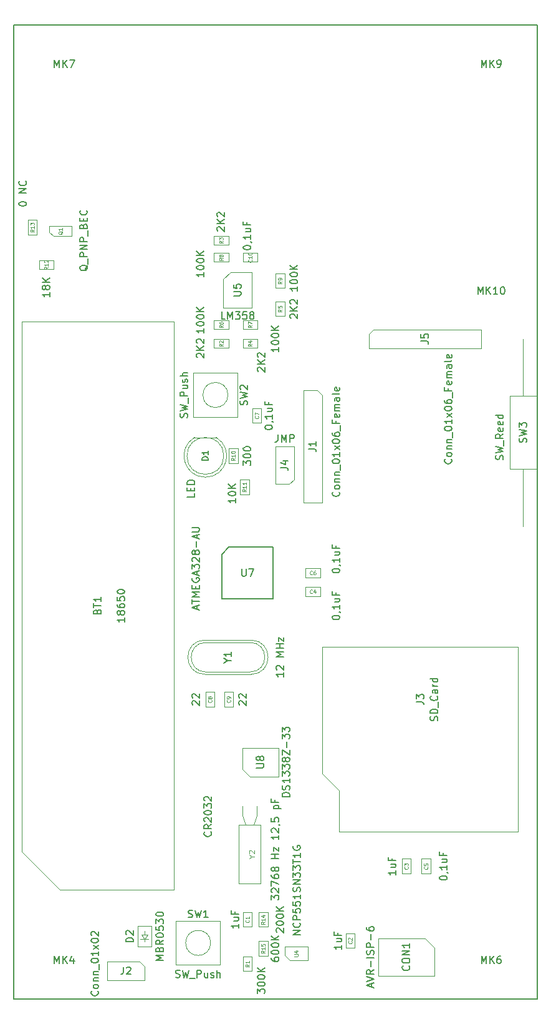
<source format=gbr>
%TF.GenerationSoftware,KiCad,Pcbnew,6.0.0-rc1-unknown-994a9c5~65~ubuntu18.04.1*%
%TF.CreationDate,2018-07-25T16:15:22+03:00*%
%TF.ProjectId,counter-pneumatic-v1-G368,636F756E7465722D706E65756D617469,rev?*%
%TF.SameCoordinates,Original*%
%TF.FileFunction,Other,Fab,Top*%
%FSLAX46Y46*%
G04 Gerber Fmt 4.6, Leading zero omitted, Abs format (unit mm)*
G04 Created by KiCad (PCBNEW 6.0.0-rc1-unknown-994a9c5~65~ubuntu18.04.1) date Wed Jul 25 16:15:22 2018*
%MOMM*%
%LPD*%
G01*
G04 APERTURE LIST*
%ADD10C,0.150000*%
%ADD11C,0.100000*%
%ADD12C,0.105000*%
%ADD13C,0.075000*%
%ADD14C,0.200000*%
%ADD15C,0.080000*%
G04 APERTURE END LIST*
D10*
X185420000Y-22860000D02*
X185420000Y-154940000D01*
X256540000Y-22860000D02*
X185420000Y-22860000D01*
X256540000Y-154940000D02*
X256540000Y-22860000D01*
X185420000Y-154940000D02*
X256540000Y-154940000D01*
D11*
X229615000Y-132225000D02*
X253915000Y-132225000D01*
X229615000Y-126665000D02*
X229615000Y-132225000D01*
X227315000Y-124365000D02*
X229615000Y-126665000D01*
X227315000Y-107225000D02*
X227315000Y-124365000D01*
X253915000Y-107225000D02*
X227315000Y-107225000D01*
X253915000Y-132225000D02*
X253915000Y-107225000D01*
X218435000Y-130028000D02*
X218435000Y-128778000D01*
X218030000Y-131278000D02*
X218435000Y-130028000D01*
X216535000Y-130028000D02*
X216535000Y-128778000D01*
X216940000Y-131278000D02*
X216535000Y-130028000D01*
X218985000Y-131278000D02*
X215985000Y-131278000D01*
X218985000Y-139278000D02*
X218985000Y-131278000D01*
X215985000Y-139278000D02*
X218985000Y-139278000D01*
X215985000Y-131278000D02*
X215985000Y-139278000D01*
X186520000Y-63070000D02*
X207180000Y-63070000D01*
X186520000Y-134967500D02*
X186520000Y-63070000D01*
X191682500Y-140130000D02*
X207180000Y-140130000D01*
X207180000Y-140130000D02*
X207180000Y-63070000D01*
X186520000Y-134967500D02*
X191682500Y-140130000D01*
X224790000Y-87630000D02*
X224790000Y-72390000D01*
X227330000Y-87630000D02*
X224790000Y-87630000D01*
X227330000Y-73025000D02*
X227330000Y-87630000D01*
X226695000Y-72390000D02*
X227330000Y-73025000D01*
X224790000Y-72390000D02*
X226695000Y-72390000D01*
X222290000Y-147860000D02*
X225390000Y-147860000D01*
X225390000Y-147860000D02*
X225390000Y-149660000D01*
X222940000Y-149660000D02*
X225390000Y-149660000D01*
X222290000Y-147860000D02*
X222290000Y-149010000D01*
X222940000Y-149660000D02*
X222290000Y-149010000D01*
X213889000Y-57351000D02*
X214889000Y-56351000D01*
X213889000Y-61251000D02*
X213889000Y-57351000D01*
X217789000Y-61251000D02*
X213889000Y-61251000D01*
X217789000Y-56351000D02*
X217789000Y-61251000D01*
X214889000Y-56351000D02*
X217789000Y-56351000D01*
D10*
X213670000Y-94655000D02*
X214670000Y-93655000D01*
X213670000Y-100655000D02*
X213670000Y-94655000D01*
X220670000Y-100655000D02*
X213670000Y-100655000D01*
X220670000Y-93655000D02*
X220670000Y-100655000D01*
X214670000Y-93655000D02*
X220670000Y-93655000D01*
D11*
X217530000Y-110585000D02*
G75*
G03X217530000Y-106585000I0J2000000D01*
G01*
X211530000Y-110585000D02*
G75*
G02X211530000Y-106585000I0J2000000D01*
G01*
X217655000Y-110910000D02*
G75*
G03X217655000Y-106260000I0J2325000D01*
G01*
X211405000Y-110910000D02*
G75*
G02X211405000Y-106260000I0J2325000D01*
G01*
X211530000Y-110585000D02*
X217530000Y-110585000D01*
X211530000Y-106585000D02*
X217530000Y-106585000D01*
X211405000Y-110910000D02*
X217655000Y-110910000D01*
X211405000Y-106260000D02*
X217655000Y-106260000D01*
X202565000Y-149860000D02*
X203200000Y-150495000D01*
X198120000Y-149860000D02*
X202565000Y-149860000D01*
X198120000Y-152400000D02*
X198120000Y-149860000D01*
X203200000Y-152400000D02*
X198120000Y-152400000D01*
X203200000Y-150495000D02*
X203200000Y-152400000D01*
X242570000Y-147955000D02*
X242570000Y-151765000D01*
X242570000Y-151765000D02*
X234950000Y-151765000D01*
X234950000Y-151765000D02*
X234950000Y-146685000D01*
X234950000Y-146685000D02*
X241300000Y-146685000D01*
X241300000Y-146685000D02*
X242570000Y-147955000D01*
X209985334Y-78779984D02*
G75*
G03X212924694Y-78780000I1469666J-2500016D01*
G01*
X213955000Y-81280000D02*
G75*
G03X213955000Y-81280000I-2500000J0D01*
G01*
X212924694Y-78780000D02*
X209985306Y-78780000D01*
X212180000Y-147320000D02*
G75*
G03X212180000Y-147320000I-1700000J0D01*
G01*
X207480000Y-150320000D02*
X207480000Y-144320000D01*
X213480000Y-150320000D02*
X207480000Y-150320000D01*
X213480000Y-144320000D02*
X213480000Y-150320000D01*
X207480000Y-144320000D02*
X213480000Y-144320000D01*
X215820000Y-70025000D02*
X215820000Y-76025000D01*
X215820000Y-76025000D02*
X209820000Y-76025000D01*
X209820000Y-76025000D02*
X209820000Y-70025000D01*
X209820000Y-70025000D02*
X215820000Y-70025000D01*
X214520000Y-73025000D02*
G75*
G03X214520000Y-73025000I-1700000J0D01*
G01*
X216498000Y-123759000D02*
X216498000Y-120859000D01*
X216498000Y-120859000D02*
X221398000Y-120859000D01*
X221398000Y-120859000D02*
X221398000Y-124759000D01*
X221398000Y-124759000D02*
X217498000Y-124759000D01*
X217498000Y-124759000D02*
X216498000Y-123759000D01*
X216570000Y-145145000D02*
X216570000Y-143145000D01*
X217770000Y-145145000D02*
X216570000Y-145145000D01*
X217770000Y-143145000D02*
X217770000Y-145145000D01*
X216570000Y-143145000D02*
X217770000Y-143145000D01*
X230540000Y-146017500D02*
X231740000Y-146017500D01*
X231740000Y-146017500D02*
X231740000Y-148017500D01*
X231740000Y-148017500D02*
X230540000Y-148017500D01*
X230540000Y-148017500D02*
X230540000Y-146017500D01*
X238160000Y-135914176D02*
X239360000Y-135914176D01*
X239360000Y-135914176D02*
X239360000Y-137914176D01*
X239360000Y-137914176D02*
X238160000Y-137914176D01*
X238160000Y-137914176D02*
X238160000Y-135914176D01*
X227060000Y-100295000D02*
X225060000Y-100295000D01*
X227060000Y-99095000D02*
X227060000Y-100295000D01*
X225060000Y-99095000D02*
X227060000Y-99095000D01*
X225060000Y-100295000D02*
X225060000Y-99095000D01*
X240831902Y-135914176D02*
X242031902Y-135914176D01*
X242031902Y-135914176D02*
X242031902Y-137914176D01*
X242031902Y-137914176D02*
X240831902Y-137914176D01*
X240831902Y-137914176D02*
X240831902Y-135914176D01*
X227060000Y-97755000D02*
X225060000Y-97755000D01*
X227060000Y-96555000D02*
X227060000Y-97755000D01*
X225060000Y-96555000D02*
X227060000Y-96555000D01*
X225060000Y-97755000D02*
X225060000Y-96555000D01*
X219040000Y-74810000D02*
X219040000Y-76810000D01*
X217840000Y-74810000D02*
X219040000Y-74810000D01*
X217840000Y-76810000D02*
X217840000Y-74810000D01*
X219040000Y-76810000D02*
X217840000Y-76810000D01*
X212690000Y-115300000D02*
X211490000Y-115300000D01*
X211490000Y-115300000D02*
X211490000Y-113300000D01*
X211490000Y-113300000D02*
X212690000Y-113300000D01*
X212690000Y-113300000D02*
X212690000Y-115300000D01*
X215230000Y-113300000D02*
X215230000Y-115300000D01*
X214030000Y-113300000D02*
X215230000Y-113300000D01*
X214030000Y-115300000D02*
X214030000Y-113300000D01*
X215230000Y-115300000D02*
X214030000Y-115300000D01*
X218560000Y-53756000D02*
X218560000Y-54956000D01*
X218560000Y-54956000D02*
X216560000Y-54956000D01*
X216560000Y-54956000D02*
X216560000Y-53756000D01*
X216560000Y-53756000D02*
X218560000Y-53756000D01*
X203200000Y-146180000D02*
X203200000Y-145680000D01*
X203600000Y-146180000D02*
X203200000Y-146780000D01*
X202800000Y-146180000D02*
X203600000Y-146180000D01*
X203200000Y-146780000D02*
X202800000Y-146180000D01*
X203200000Y-146780000D02*
X203750000Y-146780000D01*
X203200000Y-146780000D02*
X202650000Y-146780000D01*
X203200000Y-147180000D02*
X203200000Y-146780000D01*
X204100000Y-147830000D02*
X202300000Y-147830000D01*
X204100000Y-145030000D02*
X204100000Y-147830000D01*
X202300000Y-145030000D02*
X204100000Y-145030000D01*
X202300000Y-147830000D02*
X202300000Y-145030000D01*
X222885000Y-85090000D02*
X220980000Y-85090000D01*
X220980000Y-85090000D02*
X220980000Y-80010000D01*
X220980000Y-80010000D02*
X223520000Y-80010000D01*
X223520000Y-80010000D02*
X223520000Y-84455000D01*
X223520000Y-84455000D02*
X222885000Y-85090000D01*
X233680000Y-66675000D02*
X233680000Y-64770000D01*
X233680000Y-64770000D02*
X234315000Y-64135000D01*
X234315000Y-64135000D02*
X248920000Y-64135000D01*
X248920000Y-64135000D02*
X248920000Y-66675000D01*
X248920000Y-66675000D02*
X233680000Y-66675000D01*
X190820000Y-51500000D02*
X193270000Y-51500000D01*
X190250000Y-50950000D02*
X190250000Y-50100000D01*
X190820000Y-51500000D02*
X190250000Y-50950000D01*
X190250000Y-50100000D02*
X193290000Y-50100000D01*
X193290000Y-51500000D02*
X193290000Y-50100000D01*
X217770000Y-149162500D02*
X217770000Y-151162500D01*
X216570000Y-149162500D02*
X217770000Y-149162500D01*
X216570000Y-151162500D02*
X216570000Y-149162500D01*
X217770000Y-151162500D02*
X216570000Y-151162500D01*
X212605000Y-66640000D02*
X212605000Y-65440000D01*
X212605000Y-65440000D02*
X214605000Y-65440000D01*
X214605000Y-65440000D02*
X214605000Y-66640000D01*
X214605000Y-66640000D02*
X212605000Y-66640000D01*
X212605000Y-51470000D02*
X214605000Y-51470000D01*
X212605000Y-52670000D02*
X212605000Y-51470000D01*
X214605000Y-52670000D02*
X212605000Y-52670000D01*
X214605000Y-51470000D02*
X214605000Y-52670000D01*
X218560000Y-65440000D02*
X218560000Y-66640000D01*
X218560000Y-66640000D02*
X216560000Y-66640000D01*
X216560000Y-66640000D02*
X216560000Y-65440000D01*
X216560000Y-65440000D02*
X218560000Y-65440000D01*
X221015000Y-62350000D02*
X221015000Y-60350000D01*
X222215000Y-62350000D02*
X221015000Y-62350000D01*
X222215000Y-60350000D02*
X222215000Y-62350000D01*
X221015000Y-60350000D02*
X222215000Y-60350000D01*
X212605000Y-64100000D02*
X212605000Y-62900000D01*
X212605000Y-62900000D02*
X214605000Y-62900000D01*
X214605000Y-62900000D02*
X214605000Y-64100000D01*
X214605000Y-64100000D02*
X212605000Y-64100000D01*
X218560000Y-62900000D02*
X218560000Y-64100000D01*
X218560000Y-64100000D02*
X216560000Y-64100000D01*
X216560000Y-64100000D02*
X216560000Y-62900000D01*
X216560000Y-62900000D02*
X218560000Y-62900000D01*
X214605000Y-53765000D02*
X214605000Y-54965000D01*
X214605000Y-54965000D02*
X212605000Y-54965000D01*
X212605000Y-54965000D02*
X212605000Y-53765000D01*
X212605000Y-53765000D02*
X214605000Y-53765000D01*
X221015000Y-58540000D02*
X221015000Y-56540000D01*
X222215000Y-58540000D02*
X221015000Y-58540000D01*
X222215000Y-56540000D02*
X222215000Y-58540000D01*
X221015000Y-56540000D02*
X222215000Y-56540000D01*
X214665000Y-82280000D02*
X214665000Y-80280000D01*
X215865000Y-82280000D02*
X214665000Y-82280000D01*
X215865000Y-80280000D02*
X215865000Y-82280000D01*
X214665000Y-80280000D02*
X215865000Y-80280000D01*
X216189000Y-86519500D02*
X216189000Y-84519500D01*
X217389000Y-86519500D02*
X216189000Y-86519500D01*
X217389000Y-84519500D02*
X217389000Y-86519500D01*
X216189000Y-84519500D02*
X217389000Y-84519500D01*
X190856000Y-55972000D02*
X188856000Y-55972000D01*
X190856000Y-54772000D02*
X190856000Y-55972000D01*
X188856000Y-54772000D02*
X190856000Y-54772000D01*
X188856000Y-55972000D02*
X188856000Y-54772000D01*
X188560000Y-51283000D02*
X187360000Y-51283000D01*
X187360000Y-51283000D02*
X187360000Y-49283000D01*
X187360000Y-49283000D02*
X188560000Y-49283000D01*
X188560000Y-49283000D02*
X188560000Y-51283000D01*
X218729000Y-143154000D02*
X219929000Y-143154000D01*
X219929000Y-143154000D02*
X219929000Y-145154000D01*
X219929000Y-145154000D02*
X218729000Y-145154000D01*
X218729000Y-145154000D02*
X218729000Y-143154000D01*
X218729000Y-147082000D02*
X219929000Y-147082000D01*
X219929000Y-147082000D02*
X219929000Y-149082000D01*
X219929000Y-149082000D02*
X218729000Y-149082000D01*
X218729000Y-149082000D02*
X218729000Y-147082000D01*
X252835000Y-83055000D02*
X256435000Y-83055000D01*
X256435000Y-83055000D02*
X256435000Y-73155000D01*
X256435000Y-73155000D02*
X252835000Y-73155000D01*
X252835000Y-73155000D02*
X252835000Y-83055000D01*
X254635000Y-90805000D02*
X254635000Y-83055000D01*
X254635000Y-65405000D02*
X254635000Y-73155000D01*
D10*
X242974761Y-117180952D02*
X243022380Y-117038095D01*
X243022380Y-116800000D01*
X242974761Y-116704761D01*
X242927142Y-116657142D01*
X242831904Y-116609523D01*
X242736666Y-116609523D01*
X242641428Y-116657142D01*
X242593809Y-116704761D01*
X242546190Y-116800000D01*
X242498571Y-116990476D01*
X242450952Y-117085714D01*
X242403333Y-117133333D01*
X242308095Y-117180952D01*
X242212857Y-117180952D01*
X242117619Y-117133333D01*
X242070000Y-117085714D01*
X242022380Y-116990476D01*
X242022380Y-116752380D01*
X242070000Y-116609523D01*
X243022380Y-116180952D02*
X242022380Y-116180952D01*
X242022380Y-115942857D01*
X242070000Y-115800000D01*
X242165238Y-115704761D01*
X242260476Y-115657142D01*
X242450952Y-115609523D01*
X242593809Y-115609523D01*
X242784285Y-115657142D01*
X242879523Y-115704761D01*
X242974761Y-115800000D01*
X243022380Y-115942857D01*
X243022380Y-116180952D01*
X243117619Y-115419047D02*
X243117619Y-114657142D01*
X242927142Y-113847619D02*
X242974761Y-113895238D01*
X243022380Y-114038095D01*
X243022380Y-114133333D01*
X242974761Y-114276190D01*
X242879523Y-114371428D01*
X242784285Y-114419047D01*
X242593809Y-114466666D01*
X242450952Y-114466666D01*
X242260476Y-114419047D01*
X242165238Y-114371428D01*
X242070000Y-114276190D01*
X242022380Y-114133333D01*
X242022380Y-114038095D01*
X242070000Y-113895238D01*
X242117619Y-113847619D01*
X243022380Y-112990476D02*
X242498571Y-112990476D01*
X242403333Y-113038095D01*
X242355714Y-113133333D01*
X242355714Y-113323809D01*
X242403333Y-113419047D01*
X242974761Y-112990476D02*
X243022380Y-113085714D01*
X243022380Y-113323809D01*
X242974761Y-113419047D01*
X242879523Y-113466666D01*
X242784285Y-113466666D01*
X242689047Y-113419047D01*
X242641428Y-113323809D01*
X242641428Y-113085714D01*
X242593809Y-112990476D01*
X243022380Y-112514285D02*
X242355714Y-112514285D01*
X242546190Y-112514285D02*
X242450952Y-112466666D01*
X242403333Y-112419047D01*
X242355714Y-112323809D01*
X242355714Y-112228571D01*
X243022380Y-111466666D02*
X242022380Y-111466666D01*
X242974761Y-111466666D02*
X243022380Y-111561904D01*
X243022380Y-111752380D01*
X242974761Y-111847619D01*
X242927142Y-111895238D01*
X242831904Y-111942857D01*
X242546190Y-111942857D01*
X242450952Y-111895238D01*
X242403333Y-111847619D01*
X242355714Y-111752380D01*
X242355714Y-111561904D01*
X242403333Y-111466666D01*
X240117380Y-114633333D02*
X240831666Y-114633333D01*
X240974523Y-114680952D01*
X241069761Y-114776190D01*
X241117380Y-114919047D01*
X241117380Y-115014285D01*
X240117380Y-114252380D02*
X240117380Y-113633333D01*
X240498333Y-113966666D01*
X240498333Y-113823809D01*
X240545952Y-113728571D01*
X240593571Y-113680952D01*
X240688809Y-113633333D01*
X240926904Y-113633333D01*
X241022142Y-113680952D01*
X241069761Y-113728571D01*
X241117380Y-113823809D01*
X241117380Y-114109523D01*
X241069761Y-114204761D01*
X241022142Y-114252380D01*
X212193142Y-132270238D02*
X212240761Y-132317857D01*
X212288380Y-132460714D01*
X212288380Y-132555952D01*
X212240761Y-132698809D01*
X212145523Y-132794047D01*
X212050285Y-132841666D01*
X211859809Y-132889285D01*
X211716952Y-132889285D01*
X211526476Y-132841666D01*
X211431238Y-132794047D01*
X211336000Y-132698809D01*
X211288380Y-132555952D01*
X211288380Y-132460714D01*
X211336000Y-132317857D01*
X211383619Y-132270238D01*
X212288380Y-131270238D02*
X211812190Y-131603571D01*
X212288380Y-131841666D02*
X211288380Y-131841666D01*
X211288380Y-131460714D01*
X211336000Y-131365476D01*
X211383619Y-131317857D01*
X211478857Y-131270238D01*
X211621714Y-131270238D01*
X211716952Y-131317857D01*
X211764571Y-131365476D01*
X211812190Y-131460714D01*
X211812190Y-131841666D01*
X211383619Y-130889285D02*
X211336000Y-130841666D01*
X211288380Y-130746428D01*
X211288380Y-130508333D01*
X211336000Y-130413095D01*
X211383619Y-130365476D01*
X211478857Y-130317857D01*
X211574095Y-130317857D01*
X211716952Y-130365476D01*
X212288380Y-130936904D01*
X212288380Y-130317857D01*
X211288380Y-129698809D02*
X211288380Y-129603571D01*
X211336000Y-129508333D01*
X211383619Y-129460714D01*
X211478857Y-129413095D01*
X211669333Y-129365476D01*
X211907428Y-129365476D01*
X212097904Y-129413095D01*
X212193142Y-129460714D01*
X212240761Y-129508333D01*
X212288380Y-129603571D01*
X212288380Y-129698809D01*
X212240761Y-129794047D01*
X212193142Y-129841666D01*
X212097904Y-129889285D01*
X211907428Y-129936904D01*
X211669333Y-129936904D01*
X211478857Y-129889285D01*
X211383619Y-129841666D01*
X211336000Y-129794047D01*
X211288380Y-129698809D01*
X211288380Y-129032142D02*
X211288380Y-128413095D01*
X211669333Y-128746428D01*
X211669333Y-128603571D01*
X211716952Y-128508333D01*
X211764571Y-128460714D01*
X211859809Y-128413095D01*
X212097904Y-128413095D01*
X212193142Y-128460714D01*
X212240761Y-128508333D01*
X212288380Y-128603571D01*
X212288380Y-128889285D01*
X212240761Y-128984523D01*
X212193142Y-129032142D01*
X211383619Y-128032142D02*
X211336000Y-127984523D01*
X211288380Y-127889285D01*
X211288380Y-127651190D01*
X211336000Y-127555952D01*
X211383619Y-127508333D01*
X211478857Y-127460714D01*
X211574095Y-127460714D01*
X211716952Y-127508333D01*
X212288380Y-128079761D01*
X212288380Y-127460714D01*
X220432380Y-141477142D02*
X220432380Y-140858095D01*
X220813333Y-141191428D01*
X220813333Y-141048571D01*
X220860952Y-140953333D01*
X220908571Y-140905714D01*
X221003809Y-140858095D01*
X221241904Y-140858095D01*
X221337142Y-140905714D01*
X221384761Y-140953333D01*
X221432380Y-141048571D01*
X221432380Y-141334285D01*
X221384761Y-141429523D01*
X221337142Y-141477142D01*
X220527619Y-140477142D02*
X220480000Y-140429523D01*
X220432380Y-140334285D01*
X220432380Y-140096190D01*
X220480000Y-140000952D01*
X220527619Y-139953333D01*
X220622857Y-139905714D01*
X220718095Y-139905714D01*
X220860952Y-139953333D01*
X221432380Y-140524761D01*
X221432380Y-139905714D01*
X220432380Y-139572380D02*
X220432380Y-138905714D01*
X221432380Y-139334285D01*
X220432380Y-138096190D02*
X220432380Y-138286666D01*
X220480000Y-138381904D01*
X220527619Y-138429523D01*
X220670476Y-138524761D01*
X220860952Y-138572380D01*
X221241904Y-138572380D01*
X221337142Y-138524761D01*
X221384761Y-138477142D01*
X221432380Y-138381904D01*
X221432380Y-138191428D01*
X221384761Y-138096190D01*
X221337142Y-138048571D01*
X221241904Y-138000952D01*
X221003809Y-138000952D01*
X220908571Y-138048571D01*
X220860952Y-138096190D01*
X220813333Y-138191428D01*
X220813333Y-138381904D01*
X220860952Y-138477142D01*
X220908571Y-138524761D01*
X221003809Y-138572380D01*
X220860952Y-137429523D02*
X220813333Y-137524761D01*
X220765714Y-137572380D01*
X220670476Y-137620000D01*
X220622857Y-137620000D01*
X220527619Y-137572380D01*
X220480000Y-137524761D01*
X220432380Y-137429523D01*
X220432380Y-137239047D01*
X220480000Y-137143809D01*
X220527619Y-137096190D01*
X220622857Y-137048571D01*
X220670476Y-137048571D01*
X220765714Y-137096190D01*
X220813333Y-137143809D01*
X220860952Y-137239047D01*
X220860952Y-137429523D01*
X220908571Y-137524761D01*
X220956190Y-137572380D01*
X221051428Y-137620000D01*
X221241904Y-137620000D01*
X221337142Y-137572380D01*
X221384761Y-137524761D01*
X221432380Y-137429523D01*
X221432380Y-137239047D01*
X221384761Y-137143809D01*
X221337142Y-137096190D01*
X221241904Y-137048571D01*
X221051428Y-137048571D01*
X220956190Y-137096190D01*
X220908571Y-137143809D01*
X220860952Y-137239047D01*
X221432380Y-135858095D02*
X220432380Y-135858095D01*
X220908571Y-135858095D02*
X220908571Y-135286666D01*
X221432380Y-135286666D02*
X220432380Y-135286666D01*
X220765714Y-134905714D02*
X220765714Y-134381904D01*
X221432380Y-134905714D01*
X221432380Y-134381904D01*
X221432380Y-132715238D02*
X221432380Y-133286666D01*
X221432380Y-133000952D02*
X220432380Y-133000952D01*
X220575238Y-133096190D01*
X220670476Y-133191428D01*
X220718095Y-133286666D01*
X220527619Y-132334285D02*
X220480000Y-132286666D01*
X220432380Y-132191428D01*
X220432380Y-131953333D01*
X220480000Y-131858095D01*
X220527619Y-131810476D01*
X220622857Y-131762857D01*
X220718095Y-131762857D01*
X220860952Y-131810476D01*
X221432380Y-132381904D01*
X221432380Y-131762857D01*
X221384761Y-131286666D02*
X221432380Y-131286666D01*
X221527619Y-131334285D01*
X221575238Y-131381904D01*
X220432380Y-130381904D02*
X220432380Y-130858095D01*
X220908571Y-130905714D01*
X220860952Y-130858095D01*
X220813333Y-130762857D01*
X220813333Y-130524761D01*
X220860952Y-130429523D01*
X220908571Y-130381904D01*
X221003809Y-130334285D01*
X221241904Y-130334285D01*
X221337142Y-130381904D01*
X221384761Y-130429523D01*
X221432380Y-130524761D01*
X221432380Y-130762857D01*
X221384761Y-130858095D01*
X221337142Y-130905714D01*
X220765714Y-129143809D02*
X221765714Y-129143809D01*
X220813333Y-129143809D02*
X220765714Y-129048571D01*
X220765714Y-128858095D01*
X220813333Y-128762857D01*
X220860952Y-128715238D01*
X220956190Y-128667619D01*
X221241904Y-128667619D01*
X221337142Y-128715238D01*
X221384761Y-128762857D01*
X221432380Y-128858095D01*
X221432380Y-129048571D01*
X221384761Y-129143809D01*
X220908571Y-127905714D02*
X220908571Y-128239047D01*
X221432380Y-128239047D02*
X220432380Y-128239047D01*
X220432380Y-127762857D01*
D12*
X217768333Y-135611333D02*
X218101666Y-135611333D01*
X217401666Y-135844666D02*
X217768333Y-135611333D01*
X217401666Y-135378000D01*
X217468333Y-135178000D02*
X217435000Y-135144666D01*
X217401666Y-135078000D01*
X217401666Y-134911333D01*
X217435000Y-134844666D01*
X217468333Y-134811333D01*
X217535000Y-134778000D01*
X217601666Y-134778000D01*
X217701666Y-134811333D01*
X218101666Y-135211333D01*
X218101666Y-134778000D01*
D10*
X200477380Y-103219047D02*
X200477380Y-103790476D01*
X200477380Y-103504761D02*
X199477380Y-103504761D01*
X199620238Y-103600000D01*
X199715476Y-103695238D01*
X199763095Y-103790476D01*
X199905952Y-102647619D02*
X199858333Y-102742857D01*
X199810714Y-102790476D01*
X199715476Y-102838095D01*
X199667857Y-102838095D01*
X199572619Y-102790476D01*
X199525000Y-102742857D01*
X199477380Y-102647619D01*
X199477380Y-102457142D01*
X199525000Y-102361904D01*
X199572619Y-102314285D01*
X199667857Y-102266666D01*
X199715476Y-102266666D01*
X199810714Y-102314285D01*
X199858333Y-102361904D01*
X199905952Y-102457142D01*
X199905952Y-102647619D01*
X199953571Y-102742857D01*
X200001190Y-102790476D01*
X200096428Y-102838095D01*
X200286904Y-102838095D01*
X200382142Y-102790476D01*
X200429761Y-102742857D01*
X200477380Y-102647619D01*
X200477380Y-102457142D01*
X200429761Y-102361904D01*
X200382142Y-102314285D01*
X200286904Y-102266666D01*
X200096428Y-102266666D01*
X200001190Y-102314285D01*
X199953571Y-102361904D01*
X199905952Y-102457142D01*
X199477380Y-101409523D02*
X199477380Y-101600000D01*
X199525000Y-101695238D01*
X199572619Y-101742857D01*
X199715476Y-101838095D01*
X199905952Y-101885714D01*
X200286904Y-101885714D01*
X200382142Y-101838095D01*
X200429761Y-101790476D01*
X200477380Y-101695238D01*
X200477380Y-101504761D01*
X200429761Y-101409523D01*
X200382142Y-101361904D01*
X200286904Y-101314285D01*
X200048809Y-101314285D01*
X199953571Y-101361904D01*
X199905952Y-101409523D01*
X199858333Y-101504761D01*
X199858333Y-101695238D01*
X199905952Y-101790476D01*
X199953571Y-101838095D01*
X200048809Y-101885714D01*
X199477380Y-100409523D02*
X199477380Y-100885714D01*
X199953571Y-100933333D01*
X199905952Y-100885714D01*
X199858333Y-100790476D01*
X199858333Y-100552380D01*
X199905952Y-100457142D01*
X199953571Y-100409523D01*
X200048809Y-100361904D01*
X200286904Y-100361904D01*
X200382142Y-100409523D01*
X200429761Y-100457142D01*
X200477380Y-100552380D01*
X200477380Y-100790476D01*
X200429761Y-100885714D01*
X200382142Y-100933333D01*
X199477380Y-99742857D02*
X199477380Y-99647619D01*
X199525000Y-99552380D01*
X199572619Y-99504761D01*
X199667857Y-99457142D01*
X199858333Y-99409523D01*
X200096428Y-99409523D01*
X200286904Y-99457142D01*
X200382142Y-99504761D01*
X200429761Y-99552380D01*
X200477380Y-99647619D01*
X200477380Y-99742857D01*
X200429761Y-99838095D01*
X200382142Y-99885714D01*
X200286904Y-99933333D01*
X200096428Y-99980952D01*
X199858333Y-99980952D01*
X199667857Y-99933333D01*
X199572619Y-99885714D01*
X199525000Y-99838095D01*
X199477380Y-99742857D01*
X196778571Y-102385714D02*
X196826190Y-102242857D01*
X196873809Y-102195238D01*
X196969047Y-102147619D01*
X197111904Y-102147619D01*
X197207142Y-102195238D01*
X197254761Y-102242857D01*
X197302380Y-102338095D01*
X197302380Y-102719047D01*
X196302380Y-102719047D01*
X196302380Y-102385714D01*
X196350000Y-102290476D01*
X196397619Y-102242857D01*
X196492857Y-102195238D01*
X196588095Y-102195238D01*
X196683333Y-102242857D01*
X196730952Y-102290476D01*
X196778571Y-102385714D01*
X196778571Y-102719047D01*
X196302380Y-101861904D02*
X196302380Y-101290476D01*
X197302380Y-101576190D02*
X196302380Y-101576190D01*
X197302380Y-100433333D02*
X197302380Y-101004761D01*
X197302380Y-100719047D02*
X196302380Y-100719047D01*
X196445238Y-100814285D01*
X196540476Y-100909523D01*
X196588095Y-101004761D01*
X229592142Y-86160714D02*
X229639761Y-86208333D01*
X229687380Y-86351190D01*
X229687380Y-86446428D01*
X229639761Y-86589285D01*
X229544523Y-86684523D01*
X229449285Y-86732142D01*
X229258809Y-86779761D01*
X229115952Y-86779761D01*
X228925476Y-86732142D01*
X228830238Y-86684523D01*
X228735000Y-86589285D01*
X228687380Y-86446428D01*
X228687380Y-86351190D01*
X228735000Y-86208333D01*
X228782619Y-86160714D01*
X229687380Y-85589285D02*
X229639761Y-85684523D01*
X229592142Y-85732142D01*
X229496904Y-85779761D01*
X229211190Y-85779761D01*
X229115952Y-85732142D01*
X229068333Y-85684523D01*
X229020714Y-85589285D01*
X229020714Y-85446428D01*
X229068333Y-85351190D01*
X229115952Y-85303571D01*
X229211190Y-85255952D01*
X229496904Y-85255952D01*
X229592142Y-85303571D01*
X229639761Y-85351190D01*
X229687380Y-85446428D01*
X229687380Y-85589285D01*
X229020714Y-84827380D02*
X229687380Y-84827380D01*
X229115952Y-84827380D02*
X229068333Y-84779761D01*
X229020714Y-84684523D01*
X229020714Y-84541666D01*
X229068333Y-84446428D01*
X229163571Y-84398809D01*
X229687380Y-84398809D01*
X229020714Y-83922619D02*
X229687380Y-83922619D01*
X229115952Y-83922619D02*
X229068333Y-83875000D01*
X229020714Y-83779761D01*
X229020714Y-83636904D01*
X229068333Y-83541666D01*
X229163571Y-83494047D01*
X229687380Y-83494047D01*
X229782619Y-83255952D02*
X229782619Y-82494047D01*
X228687380Y-82065476D02*
X228687380Y-81970238D01*
X228735000Y-81875000D01*
X228782619Y-81827380D01*
X228877857Y-81779761D01*
X229068333Y-81732142D01*
X229306428Y-81732142D01*
X229496904Y-81779761D01*
X229592142Y-81827380D01*
X229639761Y-81875000D01*
X229687380Y-81970238D01*
X229687380Y-82065476D01*
X229639761Y-82160714D01*
X229592142Y-82208333D01*
X229496904Y-82255952D01*
X229306428Y-82303571D01*
X229068333Y-82303571D01*
X228877857Y-82255952D01*
X228782619Y-82208333D01*
X228735000Y-82160714D01*
X228687380Y-82065476D01*
X229687380Y-80779761D02*
X229687380Y-81351190D01*
X229687380Y-81065476D02*
X228687380Y-81065476D01*
X228830238Y-81160714D01*
X228925476Y-81255952D01*
X228973095Y-81351190D01*
X229687380Y-80446428D02*
X229020714Y-79922619D01*
X229020714Y-80446428D02*
X229687380Y-79922619D01*
X228687380Y-79351190D02*
X228687380Y-79255952D01*
X228735000Y-79160714D01*
X228782619Y-79113095D01*
X228877857Y-79065476D01*
X229068333Y-79017857D01*
X229306428Y-79017857D01*
X229496904Y-79065476D01*
X229592142Y-79113095D01*
X229639761Y-79160714D01*
X229687380Y-79255952D01*
X229687380Y-79351190D01*
X229639761Y-79446428D01*
X229592142Y-79494047D01*
X229496904Y-79541666D01*
X229306428Y-79589285D01*
X229068333Y-79589285D01*
X228877857Y-79541666D01*
X228782619Y-79494047D01*
X228735000Y-79446428D01*
X228687380Y-79351190D01*
X228687380Y-78160714D02*
X228687380Y-78351190D01*
X228735000Y-78446428D01*
X228782619Y-78494047D01*
X228925476Y-78589285D01*
X229115952Y-78636904D01*
X229496904Y-78636904D01*
X229592142Y-78589285D01*
X229639761Y-78541666D01*
X229687380Y-78446428D01*
X229687380Y-78255952D01*
X229639761Y-78160714D01*
X229592142Y-78113095D01*
X229496904Y-78065476D01*
X229258809Y-78065476D01*
X229163571Y-78113095D01*
X229115952Y-78160714D01*
X229068333Y-78255952D01*
X229068333Y-78446428D01*
X229115952Y-78541666D01*
X229163571Y-78589285D01*
X229258809Y-78636904D01*
X229782619Y-77875000D02*
X229782619Y-77113095D01*
X229163571Y-76541666D02*
X229163571Y-76875000D01*
X229687380Y-76875000D02*
X228687380Y-76875000D01*
X228687380Y-76398809D01*
X229639761Y-75636904D02*
X229687380Y-75732142D01*
X229687380Y-75922619D01*
X229639761Y-76017857D01*
X229544523Y-76065476D01*
X229163571Y-76065476D01*
X229068333Y-76017857D01*
X229020714Y-75922619D01*
X229020714Y-75732142D01*
X229068333Y-75636904D01*
X229163571Y-75589285D01*
X229258809Y-75589285D01*
X229354047Y-76065476D01*
X229687380Y-75160714D02*
X229020714Y-75160714D01*
X229115952Y-75160714D02*
X229068333Y-75113095D01*
X229020714Y-75017857D01*
X229020714Y-74875000D01*
X229068333Y-74779761D01*
X229163571Y-74732142D01*
X229687380Y-74732142D01*
X229163571Y-74732142D02*
X229068333Y-74684523D01*
X229020714Y-74589285D01*
X229020714Y-74446428D01*
X229068333Y-74351190D01*
X229163571Y-74303571D01*
X229687380Y-74303571D01*
X229687380Y-73398809D02*
X229163571Y-73398809D01*
X229068333Y-73446428D01*
X229020714Y-73541666D01*
X229020714Y-73732142D01*
X229068333Y-73827380D01*
X229639761Y-73398809D02*
X229687380Y-73494047D01*
X229687380Y-73732142D01*
X229639761Y-73827380D01*
X229544523Y-73875000D01*
X229449285Y-73875000D01*
X229354047Y-73827380D01*
X229306428Y-73732142D01*
X229306428Y-73494047D01*
X229258809Y-73398809D01*
X229687380Y-72779761D02*
X229639761Y-72875000D01*
X229544523Y-72922619D01*
X228687380Y-72922619D01*
X229639761Y-72017857D02*
X229687380Y-72113095D01*
X229687380Y-72303571D01*
X229639761Y-72398809D01*
X229544523Y-72446428D01*
X229163571Y-72446428D01*
X229068333Y-72398809D01*
X229020714Y-72303571D01*
X229020714Y-72113095D01*
X229068333Y-72017857D01*
X229163571Y-71970238D01*
X229258809Y-71970238D01*
X229354047Y-72446428D01*
X225512380Y-80343333D02*
X226226666Y-80343333D01*
X226369523Y-80390952D01*
X226464761Y-80486190D01*
X226512380Y-80629047D01*
X226512380Y-80724285D01*
X226512380Y-79343333D02*
X226512380Y-79914761D01*
X226512380Y-79629047D02*
X225512380Y-79629047D01*
X225655238Y-79724285D01*
X225750476Y-79819523D01*
X225798095Y-79914761D01*
X224353380Y-146231809D02*
X223353380Y-146231809D01*
X224353380Y-145660380D01*
X223353380Y-145660380D01*
X224258142Y-144612761D02*
X224305761Y-144660380D01*
X224353380Y-144803238D01*
X224353380Y-144898476D01*
X224305761Y-145041333D01*
X224210523Y-145136571D01*
X224115285Y-145184190D01*
X223924809Y-145231809D01*
X223781952Y-145231809D01*
X223591476Y-145184190D01*
X223496238Y-145136571D01*
X223401000Y-145041333D01*
X223353380Y-144898476D01*
X223353380Y-144803238D01*
X223401000Y-144660380D01*
X223448619Y-144612761D01*
X224353380Y-144184190D02*
X223353380Y-144184190D01*
X223353380Y-143803238D01*
X223401000Y-143708000D01*
X223448619Y-143660380D01*
X223543857Y-143612761D01*
X223686714Y-143612761D01*
X223781952Y-143660380D01*
X223829571Y-143708000D01*
X223877190Y-143803238D01*
X223877190Y-144184190D01*
X223353380Y-142708000D02*
X223353380Y-143184190D01*
X223829571Y-143231809D01*
X223781952Y-143184190D01*
X223734333Y-143088952D01*
X223734333Y-142850857D01*
X223781952Y-142755619D01*
X223829571Y-142708000D01*
X223924809Y-142660380D01*
X224162904Y-142660380D01*
X224258142Y-142708000D01*
X224305761Y-142755619D01*
X224353380Y-142850857D01*
X224353380Y-143088952D01*
X224305761Y-143184190D01*
X224258142Y-143231809D01*
X223353380Y-141755619D02*
X223353380Y-142231809D01*
X223829571Y-142279428D01*
X223781952Y-142231809D01*
X223734333Y-142136571D01*
X223734333Y-141898476D01*
X223781952Y-141803238D01*
X223829571Y-141755619D01*
X223924809Y-141708000D01*
X224162904Y-141708000D01*
X224258142Y-141755619D01*
X224305761Y-141803238D01*
X224353380Y-141898476D01*
X224353380Y-142136571D01*
X224305761Y-142231809D01*
X224258142Y-142279428D01*
X224353380Y-140755619D02*
X224353380Y-141327047D01*
X224353380Y-141041333D02*
X223353380Y-141041333D01*
X223496238Y-141136571D01*
X223591476Y-141231809D01*
X223639095Y-141327047D01*
X224305761Y-140374666D02*
X224353380Y-140231809D01*
X224353380Y-139993714D01*
X224305761Y-139898476D01*
X224258142Y-139850857D01*
X224162904Y-139803238D01*
X224067666Y-139803238D01*
X223972428Y-139850857D01*
X223924809Y-139898476D01*
X223877190Y-139993714D01*
X223829571Y-140184190D01*
X223781952Y-140279428D01*
X223734333Y-140327047D01*
X223639095Y-140374666D01*
X223543857Y-140374666D01*
X223448619Y-140327047D01*
X223401000Y-140279428D01*
X223353380Y-140184190D01*
X223353380Y-139946095D01*
X223401000Y-139803238D01*
X224353380Y-139374666D02*
X223353380Y-139374666D01*
X224353380Y-138803238D01*
X223353380Y-138803238D01*
X223353380Y-138422285D02*
X223353380Y-137803238D01*
X223734333Y-138136571D01*
X223734333Y-137993714D01*
X223781952Y-137898476D01*
X223829571Y-137850857D01*
X223924809Y-137803238D01*
X224162904Y-137803238D01*
X224258142Y-137850857D01*
X224305761Y-137898476D01*
X224353380Y-137993714D01*
X224353380Y-138279428D01*
X224305761Y-138374666D01*
X224258142Y-138422285D01*
X223353380Y-137469904D02*
X223353380Y-136850857D01*
X223734333Y-137184190D01*
X223734333Y-137041333D01*
X223781952Y-136946095D01*
X223829571Y-136898476D01*
X223924809Y-136850857D01*
X224162904Y-136850857D01*
X224258142Y-136898476D01*
X224305761Y-136946095D01*
X224353380Y-137041333D01*
X224353380Y-137327047D01*
X224305761Y-137422285D01*
X224258142Y-137469904D01*
X223353380Y-136565142D02*
X223353380Y-135993714D01*
X224353380Y-136279428D02*
X223353380Y-136279428D01*
X224353380Y-135136571D02*
X224353380Y-135708000D01*
X224353380Y-135422285D02*
X223353380Y-135422285D01*
X223496238Y-135517523D01*
X223591476Y-135612761D01*
X223639095Y-135708000D01*
X223401000Y-134184190D02*
X223353380Y-134279428D01*
X223353380Y-134422285D01*
X223401000Y-134565142D01*
X223496238Y-134660380D01*
X223591476Y-134708000D01*
X223781952Y-134755619D01*
X223924809Y-134755619D01*
X224115285Y-134708000D01*
X224210523Y-134660380D01*
X224305761Y-134565142D01*
X224353380Y-134422285D01*
X224353380Y-134327047D01*
X224305761Y-134184190D01*
X224258142Y-134136571D01*
X223924809Y-134136571D01*
X223924809Y-134327047D01*
D13*
X223566190Y-149140952D02*
X223970952Y-149140952D01*
X224018571Y-149117142D01*
X224042380Y-149093333D01*
X224066190Y-149045714D01*
X224066190Y-148950476D01*
X224042380Y-148902857D01*
X224018571Y-148879047D01*
X223970952Y-148855238D01*
X223566190Y-148855238D01*
X223732857Y-148402857D02*
X224066190Y-148402857D01*
X223542380Y-148521904D02*
X223899523Y-148640952D01*
X223899523Y-148331428D01*
D10*
X214148523Y-62753380D02*
X213672333Y-62753380D01*
X213672333Y-61753380D01*
X214481857Y-62753380D02*
X214481857Y-61753380D01*
X214815190Y-62467666D01*
X215148523Y-61753380D01*
X215148523Y-62753380D01*
X215529476Y-61753380D02*
X216148523Y-61753380D01*
X215815190Y-62134333D01*
X215958047Y-62134333D01*
X216053285Y-62181952D01*
X216100904Y-62229571D01*
X216148523Y-62324809D01*
X216148523Y-62562904D01*
X216100904Y-62658142D01*
X216053285Y-62705761D01*
X215958047Y-62753380D01*
X215672333Y-62753380D01*
X215577095Y-62705761D01*
X215529476Y-62658142D01*
X217053285Y-61753380D02*
X216577095Y-61753380D01*
X216529476Y-62229571D01*
X216577095Y-62181952D01*
X216672333Y-62134333D01*
X216910428Y-62134333D01*
X217005666Y-62181952D01*
X217053285Y-62229571D01*
X217100904Y-62324809D01*
X217100904Y-62562904D01*
X217053285Y-62658142D01*
X217005666Y-62705761D01*
X216910428Y-62753380D01*
X216672333Y-62753380D01*
X216577095Y-62705761D01*
X216529476Y-62658142D01*
X217672333Y-62181952D02*
X217577095Y-62134333D01*
X217529476Y-62086714D01*
X217481857Y-61991476D01*
X217481857Y-61943857D01*
X217529476Y-61848619D01*
X217577095Y-61801000D01*
X217672333Y-61753380D01*
X217862809Y-61753380D01*
X217958047Y-61801000D01*
X218005666Y-61848619D01*
X218053285Y-61943857D01*
X218053285Y-61991476D01*
X218005666Y-62086714D01*
X217958047Y-62134333D01*
X217862809Y-62181952D01*
X217672333Y-62181952D01*
X217577095Y-62229571D01*
X217529476Y-62277190D01*
X217481857Y-62372428D01*
X217481857Y-62562904D01*
X217529476Y-62658142D01*
X217577095Y-62705761D01*
X217672333Y-62753380D01*
X217862809Y-62753380D01*
X217958047Y-62705761D01*
X218005666Y-62658142D01*
X218053285Y-62562904D01*
X218053285Y-62372428D01*
X218005666Y-62277190D01*
X217958047Y-62229571D01*
X217862809Y-62181952D01*
X215291380Y-59562904D02*
X216100904Y-59562904D01*
X216196142Y-59515285D01*
X216243761Y-59467666D01*
X216291380Y-59372428D01*
X216291380Y-59181952D01*
X216243761Y-59086714D01*
X216196142Y-59039095D01*
X216100904Y-58991476D01*
X215291380Y-58991476D01*
X215291380Y-58039095D02*
X215291380Y-58515285D01*
X215767571Y-58562904D01*
X215719952Y-58515285D01*
X215672333Y-58420047D01*
X215672333Y-58181952D01*
X215719952Y-58086714D01*
X215767571Y-58039095D01*
X215862809Y-57991476D01*
X216100904Y-57991476D01*
X216196142Y-58039095D01*
X216243761Y-58086714D01*
X216291380Y-58181952D01*
X216291380Y-58420047D01*
X216243761Y-58515285D01*
X216196142Y-58562904D01*
X210351666Y-102091428D02*
X210351666Y-101615238D01*
X210637380Y-102186666D02*
X209637380Y-101853333D01*
X210637380Y-101520000D01*
X209637380Y-101329523D02*
X209637380Y-100758095D01*
X210637380Y-101043809D02*
X209637380Y-101043809D01*
X210637380Y-100424761D02*
X209637380Y-100424761D01*
X210351666Y-100091428D01*
X209637380Y-99758095D01*
X210637380Y-99758095D01*
X210113571Y-99281904D02*
X210113571Y-98948571D01*
X210637380Y-98805714D02*
X210637380Y-99281904D01*
X209637380Y-99281904D01*
X209637380Y-98805714D01*
X209685000Y-97853333D02*
X209637380Y-97948571D01*
X209637380Y-98091428D01*
X209685000Y-98234285D01*
X209780238Y-98329523D01*
X209875476Y-98377142D01*
X210065952Y-98424761D01*
X210208809Y-98424761D01*
X210399285Y-98377142D01*
X210494523Y-98329523D01*
X210589761Y-98234285D01*
X210637380Y-98091428D01*
X210637380Y-97996190D01*
X210589761Y-97853333D01*
X210542142Y-97805714D01*
X210208809Y-97805714D01*
X210208809Y-97996190D01*
X210351666Y-97424761D02*
X210351666Y-96948571D01*
X210637380Y-97520000D02*
X209637380Y-97186666D01*
X210637380Y-96853333D01*
X209637380Y-96615238D02*
X209637380Y-95996190D01*
X210018333Y-96329523D01*
X210018333Y-96186666D01*
X210065952Y-96091428D01*
X210113571Y-96043809D01*
X210208809Y-95996190D01*
X210446904Y-95996190D01*
X210542142Y-96043809D01*
X210589761Y-96091428D01*
X210637380Y-96186666D01*
X210637380Y-96472380D01*
X210589761Y-96567619D01*
X210542142Y-96615238D01*
X209732619Y-95615238D02*
X209685000Y-95567619D01*
X209637380Y-95472380D01*
X209637380Y-95234285D01*
X209685000Y-95139047D01*
X209732619Y-95091428D01*
X209827857Y-95043809D01*
X209923095Y-95043809D01*
X210065952Y-95091428D01*
X210637380Y-95662857D01*
X210637380Y-95043809D01*
X210065952Y-94472380D02*
X210018333Y-94567619D01*
X209970714Y-94615238D01*
X209875476Y-94662857D01*
X209827857Y-94662857D01*
X209732619Y-94615238D01*
X209685000Y-94567619D01*
X209637380Y-94472380D01*
X209637380Y-94281904D01*
X209685000Y-94186666D01*
X209732619Y-94139047D01*
X209827857Y-94091428D01*
X209875476Y-94091428D01*
X209970714Y-94139047D01*
X210018333Y-94186666D01*
X210065952Y-94281904D01*
X210065952Y-94472380D01*
X210113571Y-94567619D01*
X210161190Y-94615238D01*
X210256428Y-94662857D01*
X210446904Y-94662857D01*
X210542142Y-94615238D01*
X210589761Y-94567619D01*
X210637380Y-94472380D01*
X210637380Y-94281904D01*
X210589761Y-94186666D01*
X210542142Y-94139047D01*
X210446904Y-94091428D01*
X210256428Y-94091428D01*
X210161190Y-94139047D01*
X210113571Y-94186666D01*
X210065952Y-94281904D01*
X210256428Y-93662857D02*
X210256428Y-92900952D01*
X210351666Y-92472380D02*
X210351666Y-91996190D01*
X210637380Y-92567619D02*
X209637380Y-92234285D01*
X210637380Y-91900952D01*
X209637380Y-91567619D02*
X210446904Y-91567619D01*
X210542142Y-91520000D01*
X210589761Y-91472380D01*
X210637380Y-91377142D01*
X210637380Y-91186666D01*
X210589761Y-91091428D01*
X210542142Y-91043809D01*
X210446904Y-90996190D01*
X209637380Y-90996190D01*
X216408095Y-96607380D02*
X216408095Y-97416904D01*
X216455714Y-97512142D01*
X216503333Y-97559761D01*
X216598571Y-97607380D01*
X216789047Y-97607380D01*
X216884285Y-97559761D01*
X216931904Y-97512142D01*
X216979523Y-97416904D01*
X216979523Y-96607380D01*
X217360476Y-96607380D02*
X218027142Y-96607380D01*
X217598571Y-97607380D01*
X222067380Y-110656428D02*
X222067380Y-111227857D01*
X222067380Y-110942142D02*
X221067380Y-110942142D01*
X221210238Y-111037380D01*
X221305476Y-111132619D01*
X221353095Y-111227857D01*
X221162619Y-110275476D02*
X221115000Y-110227857D01*
X221067380Y-110132619D01*
X221067380Y-109894523D01*
X221115000Y-109799285D01*
X221162619Y-109751666D01*
X221257857Y-109704047D01*
X221353095Y-109704047D01*
X221495952Y-109751666D01*
X222067380Y-110323095D01*
X222067380Y-109704047D01*
X222067380Y-108513571D02*
X221067380Y-108513571D01*
X221781666Y-108180238D01*
X221067380Y-107846904D01*
X222067380Y-107846904D01*
X222067380Y-107370714D02*
X221067380Y-107370714D01*
X221543571Y-107370714D02*
X221543571Y-106799285D01*
X222067380Y-106799285D02*
X221067380Y-106799285D01*
X221400714Y-106418333D02*
X221400714Y-105894523D01*
X222067380Y-106418333D01*
X222067380Y-105894523D01*
X214506190Y-109061190D02*
X214982380Y-109061190D01*
X213982380Y-109394523D02*
X214506190Y-109061190D01*
X213982380Y-108727857D01*
X214982380Y-107870714D02*
X214982380Y-108442142D01*
X214982380Y-108156428D02*
X213982380Y-108156428D01*
X214125238Y-108251666D01*
X214220476Y-108346904D01*
X214268095Y-108442142D01*
X196826142Y-153852095D02*
X196873761Y-153899714D01*
X196921380Y-154042571D01*
X196921380Y-154137809D01*
X196873761Y-154280666D01*
X196778523Y-154375904D01*
X196683285Y-154423523D01*
X196492809Y-154471142D01*
X196349952Y-154471142D01*
X196159476Y-154423523D01*
X196064238Y-154375904D01*
X195969000Y-154280666D01*
X195921380Y-154137809D01*
X195921380Y-154042571D01*
X195969000Y-153899714D01*
X196016619Y-153852095D01*
X196921380Y-153280666D02*
X196873761Y-153375904D01*
X196826142Y-153423523D01*
X196730904Y-153471142D01*
X196445190Y-153471142D01*
X196349952Y-153423523D01*
X196302333Y-153375904D01*
X196254714Y-153280666D01*
X196254714Y-153137809D01*
X196302333Y-153042571D01*
X196349952Y-152994952D01*
X196445190Y-152947333D01*
X196730904Y-152947333D01*
X196826142Y-152994952D01*
X196873761Y-153042571D01*
X196921380Y-153137809D01*
X196921380Y-153280666D01*
X196254714Y-152518761D02*
X196921380Y-152518761D01*
X196349952Y-152518761D02*
X196302333Y-152471142D01*
X196254714Y-152375904D01*
X196254714Y-152233047D01*
X196302333Y-152137809D01*
X196397571Y-152090190D01*
X196921380Y-152090190D01*
X196254714Y-151614000D02*
X196921380Y-151614000D01*
X196349952Y-151614000D02*
X196302333Y-151566380D01*
X196254714Y-151471142D01*
X196254714Y-151328285D01*
X196302333Y-151233047D01*
X196397571Y-151185428D01*
X196921380Y-151185428D01*
X197016619Y-150947333D02*
X197016619Y-150185428D01*
X195921380Y-149756857D02*
X195921380Y-149661619D01*
X195969000Y-149566380D01*
X196016619Y-149518761D01*
X196111857Y-149471142D01*
X196302333Y-149423523D01*
X196540428Y-149423523D01*
X196730904Y-149471142D01*
X196826142Y-149518761D01*
X196873761Y-149566380D01*
X196921380Y-149661619D01*
X196921380Y-149756857D01*
X196873761Y-149852095D01*
X196826142Y-149899714D01*
X196730904Y-149947333D01*
X196540428Y-149994952D01*
X196302333Y-149994952D01*
X196111857Y-149947333D01*
X196016619Y-149899714D01*
X195969000Y-149852095D01*
X195921380Y-149756857D01*
X196921380Y-148471142D02*
X196921380Y-149042571D01*
X196921380Y-148756857D02*
X195921380Y-148756857D01*
X196064238Y-148852095D01*
X196159476Y-148947333D01*
X196207095Y-149042571D01*
X196921380Y-148137809D02*
X196254714Y-147614000D01*
X196254714Y-148137809D02*
X196921380Y-147614000D01*
X195921380Y-147042571D02*
X195921380Y-146947333D01*
X195969000Y-146852095D01*
X196016619Y-146804476D01*
X196111857Y-146756857D01*
X196302333Y-146709238D01*
X196540428Y-146709238D01*
X196730904Y-146756857D01*
X196826142Y-146804476D01*
X196873761Y-146852095D01*
X196921380Y-146947333D01*
X196921380Y-147042571D01*
X196873761Y-147137809D01*
X196826142Y-147185428D01*
X196730904Y-147233047D01*
X196540428Y-147280666D01*
X196302333Y-147280666D01*
X196111857Y-147233047D01*
X196016619Y-147185428D01*
X195969000Y-147137809D01*
X195921380Y-147042571D01*
X196016619Y-146328285D02*
X195969000Y-146280666D01*
X195921380Y-146185428D01*
X195921380Y-145947333D01*
X195969000Y-145852095D01*
X196016619Y-145804476D01*
X196111857Y-145756857D01*
X196207095Y-145756857D01*
X196349952Y-145804476D01*
X196921380Y-146375904D01*
X196921380Y-145756857D01*
X200326666Y-150582380D02*
X200326666Y-151296666D01*
X200279047Y-151439523D01*
X200183809Y-151534761D01*
X200040952Y-151582380D01*
X199945714Y-151582380D01*
X200755238Y-150677619D02*
X200802857Y-150630000D01*
X200898095Y-150582380D01*
X201136190Y-150582380D01*
X201231428Y-150630000D01*
X201279047Y-150677619D01*
X201326666Y-150772857D01*
X201326666Y-150868095D01*
X201279047Y-151010952D01*
X200707619Y-151582380D01*
X201326666Y-151582380D01*
X234056666Y-153320238D02*
X234056666Y-152844047D01*
X234342380Y-153415476D02*
X233342380Y-153082142D01*
X234342380Y-152748809D01*
X233342380Y-152558333D02*
X234342380Y-152225000D01*
X233342380Y-151891666D01*
X234342380Y-150986904D02*
X233866190Y-151320238D01*
X234342380Y-151558333D02*
X233342380Y-151558333D01*
X233342380Y-151177380D01*
X233390000Y-151082142D01*
X233437619Y-151034523D01*
X233532857Y-150986904D01*
X233675714Y-150986904D01*
X233770952Y-151034523D01*
X233818571Y-151082142D01*
X233866190Y-151177380D01*
X233866190Y-151558333D01*
X233961428Y-150558333D02*
X233961428Y-149796428D01*
X234342380Y-149320238D02*
X233342380Y-149320238D01*
X234294761Y-148891666D02*
X234342380Y-148748809D01*
X234342380Y-148510714D01*
X234294761Y-148415476D01*
X234247142Y-148367857D01*
X234151904Y-148320238D01*
X234056666Y-148320238D01*
X233961428Y-148367857D01*
X233913809Y-148415476D01*
X233866190Y-148510714D01*
X233818571Y-148701190D01*
X233770952Y-148796428D01*
X233723333Y-148844047D01*
X233628095Y-148891666D01*
X233532857Y-148891666D01*
X233437619Y-148844047D01*
X233390000Y-148796428D01*
X233342380Y-148701190D01*
X233342380Y-148463095D01*
X233390000Y-148320238D01*
X234342380Y-147891666D02*
X233342380Y-147891666D01*
X233342380Y-147510714D01*
X233390000Y-147415476D01*
X233437619Y-147367857D01*
X233532857Y-147320238D01*
X233675714Y-147320238D01*
X233770952Y-147367857D01*
X233818571Y-147415476D01*
X233866190Y-147510714D01*
X233866190Y-147891666D01*
X233961428Y-146891666D02*
X233961428Y-146129761D01*
X233342380Y-145225000D02*
X233342380Y-145415476D01*
X233390000Y-145510714D01*
X233437619Y-145558333D01*
X233580476Y-145653571D01*
X233770952Y-145701190D01*
X234151904Y-145701190D01*
X234247142Y-145653571D01*
X234294761Y-145605952D01*
X234342380Y-145510714D01*
X234342380Y-145320238D01*
X234294761Y-145225000D01*
X234247142Y-145177380D01*
X234151904Y-145129761D01*
X233913809Y-145129761D01*
X233818571Y-145177380D01*
X233770952Y-145225000D01*
X233723333Y-145320238D01*
X233723333Y-145510714D01*
X233770952Y-145605952D01*
X233818571Y-145653571D01*
X233913809Y-145701190D01*
X239117142Y-150439285D02*
X239164761Y-150486904D01*
X239212380Y-150629761D01*
X239212380Y-150725000D01*
X239164761Y-150867857D01*
X239069523Y-150963095D01*
X238974285Y-151010714D01*
X238783809Y-151058333D01*
X238640952Y-151058333D01*
X238450476Y-151010714D01*
X238355238Y-150963095D01*
X238260000Y-150867857D01*
X238212380Y-150725000D01*
X238212380Y-150629761D01*
X238260000Y-150486904D01*
X238307619Y-150439285D01*
X238212380Y-149820238D02*
X238212380Y-149629761D01*
X238260000Y-149534523D01*
X238355238Y-149439285D01*
X238545714Y-149391666D01*
X238879047Y-149391666D01*
X239069523Y-149439285D01*
X239164761Y-149534523D01*
X239212380Y-149629761D01*
X239212380Y-149820238D01*
X239164761Y-149915476D01*
X239069523Y-150010714D01*
X238879047Y-150058333D01*
X238545714Y-150058333D01*
X238355238Y-150010714D01*
X238260000Y-149915476D01*
X238212380Y-149820238D01*
X239212380Y-148963095D02*
X238212380Y-148963095D01*
X239212380Y-148391666D01*
X238212380Y-148391666D01*
X239212380Y-147391666D02*
X239212380Y-147963095D01*
X239212380Y-147677380D02*
X238212380Y-147677380D01*
X238355238Y-147772619D01*
X238450476Y-147867857D01*
X238498095Y-147963095D01*
X210002380Y-86367857D02*
X210002380Y-86844047D01*
X209002380Y-86844047D01*
X209478571Y-86034523D02*
X209478571Y-85701190D01*
X210002380Y-85558333D02*
X210002380Y-86034523D01*
X209002380Y-86034523D01*
X209002380Y-85558333D01*
X210002380Y-85129761D02*
X209002380Y-85129761D01*
X209002380Y-84891666D01*
X209050000Y-84748809D01*
X209145238Y-84653571D01*
X209240476Y-84605952D01*
X209430952Y-84558333D01*
X209573809Y-84558333D01*
X209764285Y-84605952D01*
X209859523Y-84653571D01*
X209954761Y-84748809D01*
X210002380Y-84891666D01*
X210002380Y-85129761D01*
D14*
X211816904Y-81850476D02*
X211016904Y-81850476D01*
X211016904Y-81660000D01*
X211055000Y-81545714D01*
X211131190Y-81469523D01*
X211207380Y-81431428D01*
X211359761Y-81393333D01*
X211474047Y-81393333D01*
X211626428Y-81431428D01*
X211702619Y-81469523D01*
X211778809Y-81545714D01*
X211816904Y-81660000D01*
X211816904Y-81850476D01*
X211816904Y-80631428D02*
X211816904Y-81088571D01*
X211816904Y-80860000D02*
X211016904Y-80860000D01*
X211131190Y-80936190D01*
X211207380Y-81012380D01*
X211245476Y-81088571D01*
D10*
X207432380Y-151974761D02*
X207575238Y-152022380D01*
X207813333Y-152022380D01*
X207908571Y-151974761D01*
X207956190Y-151927142D01*
X208003809Y-151831904D01*
X208003809Y-151736666D01*
X207956190Y-151641428D01*
X207908571Y-151593809D01*
X207813333Y-151546190D01*
X207622857Y-151498571D01*
X207527619Y-151450952D01*
X207480000Y-151403333D01*
X207432380Y-151308095D01*
X207432380Y-151212857D01*
X207480000Y-151117619D01*
X207527619Y-151070000D01*
X207622857Y-151022380D01*
X207860952Y-151022380D01*
X208003809Y-151070000D01*
X208337142Y-151022380D02*
X208575238Y-152022380D01*
X208765714Y-151308095D01*
X208956190Y-152022380D01*
X209194285Y-151022380D01*
X209337142Y-152117619D02*
X210099047Y-152117619D01*
X210337142Y-152022380D02*
X210337142Y-151022380D01*
X210718095Y-151022380D01*
X210813333Y-151070000D01*
X210860952Y-151117619D01*
X210908571Y-151212857D01*
X210908571Y-151355714D01*
X210860952Y-151450952D01*
X210813333Y-151498571D01*
X210718095Y-151546190D01*
X210337142Y-151546190D01*
X211765714Y-151355714D02*
X211765714Y-152022380D01*
X211337142Y-151355714D02*
X211337142Y-151879523D01*
X211384761Y-151974761D01*
X211480000Y-152022380D01*
X211622857Y-152022380D01*
X211718095Y-151974761D01*
X211765714Y-151927142D01*
X212194285Y-151974761D02*
X212289523Y-152022380D01*
X212480000Y-152022380D01*
X212575238Y-151974761D01*
X212622857Y-151879523D01*
X212622857Y-151831904D01*
X212575238Y-151736666D01*
X212480000Y-151689047D01*
X212337142Y-151689047D01*
X212241904Y-151641428D01*
X212194285Y-151546190D01*
X212194285Y-151498571D01*
X212241904Y-151403333D01*
X212337142Y-151355714D01*
X212480000Y-151355714D01*
X212575238Y-151403333D01*
X213051428Y-152022380D02*
X213051428Y-151022380D01*
X213480000Y-152022380D02*
X213480000Y-151498571D01*
X213432380Y-151403333D01*
X213337142Y-151355714D01*
X213194285Y-151355714D01*
X213099047Y-151403333D01*
X213051428Y-151450952D01*
X209146666Y-143824761D02*
X209289523Y-143872380D01*
X209527619Y-143872380D01*
X209622857Y-143824761D01*
X209670476Y-143777142D01*
X209718095Y-143681904D01*
X209718095Y-143586666D01*
X209670476Y-143491428D01*
X209622857Y-143443809D01*
X209527619Y-143396190D01*
X209337142Y-143348571D01*
X209241904Y-143300952D01*
X209194285Y-143253333D01*
X209146666Y-143158095D01*
X209146666Y-143062857D01*
X209194285Y-142967619D01*
X209241904Y-142920000D01*
X209337142Y-142872380D01*
X209575238Y-142872380D01*
X209718095Y-142920000D01*
X210051428Y-142872380D02*
X210289523Y-143872380D01*
X210480000Y-143158095D01*
X210670476Y-143872380D01*
X210908571Y-142872380D01*
X211813333Y-143872380D02*
X211241904Y-143872380D01*
X211527619Y-143872380D02*
X211527619Y-142872380D01*
X211432380Y-143015238D01*
X211337142Y-143110476D01*
X211241904Y-143158095D01*
X208974761Y-76072619D02*
X209022380Y-75929761D01*
X209022380Y-75691666D01*
X208974761Y-75596428D01*
X208927142Y-75548809D01*
X208831904Y-75501190D01*
X208736666Y-75501190D01*
X208641428Y-75548809D01*
X208593809Y-75596428D01*
X208546190Y-75691666D01*
X208498571Y-75882142D01*
X208450952Y-75977380D01*
X208403333Y-76025000D01*
X208308095Y-76072619D01*
X208212857Y-76072619D01*
X208117619Y-76025000D01*
X208070000Y-75977380D01*
X208022380Y-75882142D01*
X208022380Y-75644047D01*
X208070000Y-75501190D01*
X208022380Y-75167857D02*
X209022380Y-74929761D01*
X208308095Y-74739285D01*
X209022380Y-74548809D01*
X208022380Y-74310714D01*
X209117619Y-74167857D02*
X209117619Y-73405952D01*
X209022380Y-73167857D02*
X208022380Y-73167857D01*
X208022380Y-72786904D01*
X208070000Y-72691666D01*
X208117619Y-72644047D01*
X208212857Y-72596428D01*
X208355714Y-72596428D01*
X208450952Y-72644047D01*
X208498571Y-72691666D01*
X208546190Y-72786904D01*
X208546190Y-73167857D01*
X208355714Y-71739285D02*
X209022380Y-71739285D01*
X208355714Y-72167857D02*
X208879523Y-72167857D01*
X208974761Y-72120238D01*
X209022380Y-72025000D01*
X209022380Y-71882142D01*
X208974761Y-71786904D01*
X208927142Y-71739285D01*
X208974761Y-71310714D02*
X209022380Y-71215476D01*
X209022380Y-71025000D01*
X208974761Y-70929761D01*
X208879523Y-70882142D01*
X208831904Y-70882142D01*
X208736666Y-70929761D01*
X208689047Y-71025000D01*
X208689047Y-71167857D01*
X208641428Y-71263095D01*
X208546190Y-71310714D01*
X208498571Y-71310714D01*
X208403333Y-71263095D01*
X208355714Y-71167857D01*
X208355714Y-71025000D01*
X208403333Y-70929761D01*
X209022380Y-70453571D02*
X208022380Y-70453571D01*
X209022380Y-70025000D02*
X208498571Y-70025000D01*
X208403333Y-70072619D01*
X208355714Y-70167857D01*
X208355714Y-70310714D01*
X208403333Y-70405952D01*
X208450952Y-70453571D01*
X217124761Y-74358333D02*
X217172380Y-74215476D01*
X217172380Y-73977380D01*
X217124761Y-73882142D01*
X217077142Y-73834523D01*
X216981904Y-73786904D01*
X216886666Y-73786904D01*
X216791428Y-73834523D01*
X216743809Y-73882142D01*
X216696190Y-73977380D01*
X216648571Y-74167857D01*
X216600952Y-74263095D01*
X216553333Y-74310714D01*
X216458095Y-74358333D01*
X216362857Y-74358333D01*
X216267619Y-74310714D01*
X216220000Y-74263095D01*
X216172380Y-74167857D01*
X216172380Y-73929761D01*
X216220000Y-73786904D01*
X216172380Y-73453571D02*
X217172380Y-73215476D01*
X216458095Y-73025000D01*
X217172380Y-72834523D01*
X216172380Y-72596428D01*
X216267619Y-72263095D02*
X216220000Y-72215476D01*
X216172380Y-72120238D01*
X216172380Y-71882142D01*
X216220000Y-71786904D01*
X216267619Y-71739285D01*
X216362857Y-71691666D01*
X216458095Y-71691666D01*
X216600952Y-71739285D01*
X217172380Y-72310714D01*
X217172380Y-71691666D01*
X222900380Y-127499476D02*
X221900380Y-127499476D01*
X221900380Y-127261380D01*
X221948000Y-127118523D01*
X222043238Y-127023285D01*
X222138476Y-126975666D01*
X222328952Y-126928047D01*
X222471809Y-126928047D01*
X222662285Y-126975666D01*
X222757523Y-127023285D01*
X222852761Y-127118523D01*
X222900380Y-127261380D01*
X222900380Y-127499476D01*
X222852761Y-126547095D02*
X222900380Y-126404238D01*
X222900380Y-126166142D01*
X222852761Y-126070904D01*
X222805142Y-126023285D01*
X222709904Y-125975666D01*
X222614666Y-125975666D01*
X222519428Y-126023285D01*
X222471809Y-126070904D01*
X222424190Y-126166142D01*
X222376571Y-126356619D01*
X222328952Y-126451857D01*
X222281333Y-126499476D01*
X222186095Y-126547095D01*
X222090857Y-126547095D01*
X221995619Y-126499476D01*
X221948000Y-126451857D01*
X221900380Y-126356619D01*
X221900380Y-126118523D01*
X221948000Y-125975666D01*
X222900380Y-125023285D02*
X222900380Y-125594714D01*
X222900380Y-125309000D02*
X221900380Y-125309000D01*
X222043238Y-125404238D01*
X222138476Y-125499476D01*
X222186095Y-125594714D01*
X221900380Y-124689952D02*
X221900380Y-124070904D01*
X222281333Y-124404238D01*
X222281333Y-124261380D01*
X222328952Y-124166142D01*
X222376571Y-124118523D01*
X222471809Y-124070904D01*
X222709904Y-124070904D01*
X222805142Y-124118523D01*
X222852761Y-124166142D01*
X222900380Y-124261380D01*
X222900380Y-124547095D01*
X222852761Y-124642333D01*
X222805142Y-124689952D01*
X221900380Y-123737571D02*
X221900380Y-123118523D01*
X222281333Y-123451857D01*
X222281333Y-123309000D01*
X222328952Y-123213761D01*
X222376571Y-123166142D01*
X222471809Y-123118523D01*
X222709904Y-123118523D01*
X222805142Y-123166142D01*
X222852761Y-123213761D01*
X222900380Y-123309000D01*
X222900380Y-123594714D01*
X222852761Y-123689952D01*
X222805142Y-123737571D01*
X222328952Y-122547095D02*
X222281333Y-122642333D01*
X222233714Y-122689952D01*
X222138476Y-122737571D01*
X222090857Y-122737571D01*
X221995619Y-122689952D01*
X221948000Y-122642333D01*
X221900380Y-122547095D01*
X221900380Y-122356619D01*
X221948000Y-122261380D01*
X221995619Y-122213761D01*
X222090857Y-122166142D01*
X222138476Y-122166142D01*
X222233714Y-122213761D01*
X222281333Y-122261380D01*
X222328952Y-122356619D01*
X222328952Y-122547095D01*
X222376571Y-122642333D01*
X222424190Y-122689952D01*
X222519428Y-122737571D01*
X222709904Y-122737571D01*
X222805142Y-122689952D01*
X222852761Y-122642333D01*
X222900380Y-122547095D01*
X222900380Y-122356619D01*
X222852761Y-122261380D01*
X222805142Y-122213761D01*
X222709904Y-122166142D01*
X222519428Y-122166142D01*
X222424190Y-122213761D01*
X222376571Y-122261380D01*
X222328952Y-122356619D01*
X221900380Y-121832809D02*
X221900380Y-121166142D01*
X222900380Y-121832809D01*
X222900380Y-121166142D01*
X222519428Y-120785190D02*
X222519428Y-120023285D01*
X221900380Y-119642333D02*
X221900380Y-119023285D01*
X222281333Y-119356619D01*
X222281333Y-119213761D01*
X222328952Y-119118523D01*
X222376571Y-119070904D01*
X222471809Y-119023285D01*
X222709904Y-119023285D01*
X222805142Y-119070904D01*
X222852761Y-119118523D01*
X222900380Y-119213761D01*
X222900380Y-119499476D01*
X222852761Y-119594714D01*
X222805142Y-119642333D01*
X221900380Y-118689952D02*
X221900380Y-118070904D01*
X222281333Y-118404238D01*
X222281333Y-118261380D01*
X222328952Y-118166142D01*
X222376571Y-118118523D01*
X222471809Y-118070904D01*
X222709904Y-118070904D01*
X222805142Y-118118523D01*
X222852761Y-118166142D01*
X222900380Y-118261380D01*
X222900380Y-118547095D01*
X222852761Y-118642333D01*
X222805142Y-118689952D01*
X218400380Y-123570904D02*
X219209904Y-123570904D01*
X219305142Y-123523285D01*
X219352761Y-123475666D01*
X219400380Y-123380428D01*
X219400380Y-123189952D01*
X219352761Y-123094714D01*
X219305142Y-123047095D01*
X219209904Y-122999476D01*
X218400380Y-122999476D01*
X218828952Y-122380428D02*
X218781333Y-122475666D01*
X218733714Y-122523285D01*
X218638476Y-122570904D01*
X218590857Y-122570904D01*
X218495619Y-122523285D01*
X218448000Y-122475666D01*
X218400380Y-122380428D01*
X218400380Y-122189952D01*
X218448000Y-122094714D01*
X218495619Y-122047095D01*
X218590857Y-121999476D01*
X218638476Y-121999476D01*
X218733714Y-122047095D01*
X218781333Y-122094714D01*
X218828952Y-122189952D01*
X218828952Y-122380428D01*
X218876571Y-122475666D01*
X218924190Y-122523285D01*
X219019428Y-122570904D01*
X219209904Y-122570904D01*
X219305142Y-122523285D01*
X219352761Y-122475666D01*
X219400380Y-122380428D01*
X219400380Y-122189952D01*
X219352761Y-122094714D01*
X219305142Y-122047095D01*
X219209904Y-121999476D01*
X219019428Y-121999476D01*
X218924190Y-122047095D01*
X218876571Y-122094714D01*
X218828952Y-122189952D01*
X190970476Y-150102380D02*
X190970476Y-149102380D01*
X191303809Y-149816666D01*
X191637142Y-149102380D01*
X191637142Y-150102380D01*
X192113333Y-150102380D02*
X192113333Y-149102380D01*
X192684761Y-150102380D02*
X192256190Y-149530952D01*
X192684761Y-149102380D02*
X192113333Y-149673809D01*
X193541904Y-149435714D02*
X193541904Y-150102380D01*
X193303809Y-149054761D02*
X193065714Y-149769047D01*
X193684761Y-149769047D01*
X248970476Y-150102380D02*
X248970476Y-149102380D01*
X249303809Y-149816666D01*
X249637142Y-149102380D01*
X249637142Y-150102380D01*
X250113333Y-150102380D02*
X250113333Y-149102380D01*
X250684761Y-150102380D02*
X250256190Y-149530952D01*
X250684761Y-149102380D02*
X250113333Y-149673809D01*
X251541904Y-149102380D02*
X251351428Y-149102380D01*
X251256190Y-149150000D01*
X251208571Y-149197619D01*
X251113333Y-149340476D01*
X251065714Y-149530952D01*
X251065714Y-149911904D01*
X251113333Y-150007142D01*
X251160952Y-150054761D01*
X251256190Y-150102380D01*
X251446666Y-150102380D01*
X251541904Y-150054761D01*
X251589523Y-150007142D01*
X251637142Y-149911904D01*
X251637142Y-149673809D01*
X251589523Y-149578571D01*
X251541904Y-149530952D01*
X251446666Y-149483333D01*
X251256190Y-149483333D01*
X251160952Y-149530952D01*
X251113333Y-149578571D01*
X251065714Y-149673809D01*
X190970476Y-28602380D02*
X190970476Y-27602380D01*
X191303809Y-28316666D01*
X191637142Y-27602380D01*
X191637142Y-28602380D01*
X192113333Y-28602380D02*
X192113333Y-27602380D01*
X192684761Y-28602380D02*
X192256190Y-28030952D01*
X192684761Y-27602380D02*
X192113333Y-28173809D01*
X193018095Y-27602380D02*
X193684761Y-27602380D01*
X193256190Y-28602380D01*
X248970476Y-28602380D02*
X248970476Y-27602380D01*
X249303809Y-28316666D01*
X249637142Y-27602380D01*
X249637142Y-28602380D01*
X250113333Y-28602380D02*
X250113333Y-27602380D01*
X250684761Y-28602380D02*
X250256190Y-28030952D01*
X250684761Y-27602380D02*
X250113333Y-28173809D01*
X251160952Y-28602380D02*
X251351428Y-28602380D01*
X251446666Y-28554761D01*
X251494285Y-28507142D01*
X251589523Y-28364285D01*
X251637142Y-28173809D01*
X251637142Y-27792857D01*
X251589523Y-27697619D01*
X251541904Y-27650000D01*
X251446666Y-27602380D01*
X251256190Y-27602380D01*
X251160952Y-27650000D01*
X251113333Y-27697619D01*
X251065714Y-27792857D01*
X251065714Y-28030952D01*
X251113333Y-28126190D01*
X251160952Y-28173809D01*
X251256190Y-28221428D01*
X251446666Y-28221428D01*
X251541904Y-28173809D01*
X251589523Y-28126190D01*
X251637142Y-28030952D01*
X248494285Y-59352380D02*
X248494285Y-58352380D01*
X248827619Y-59066666D01*
X249160952Y-58352380D01*
X249160952Y-59352380D01*
X249637142Y-59352380D02*
X249637142Y-58352380D01*
X250208571Y-59352380D02*
X249780000Y-58780952D01*
X250208571Y-58352380D02*
X249637142Y-58923809D01*
X251160952Y-59352380D02*
X250589523Y-59352380D01*
X250875238Y-59352380D02*
X250875238Y-58352380D01*
X250780000Y-58495238D01*
X250684761Y-58590476D01*
X250589523Y-58638095D01*
X251780000Y-58352380D02*
X251875238Y-58352380D01*
X251970476Y-58400000D01*
X252018095Y-58447619D01*
X252065714Y-58542857D01*
X252113333Y-58733333D01*
X252113333Y-58971428D01*
X252065714Y-59161904D01*
X252018095Y-59257142D01*
X251970476Y-59304761D01*
X251875238Y-59352380D01*
X251780000Y-59352380D01*
X251684761Y-59304761D01*
X251637142Y-59257142D01*
X251589523Y-59161904D01*
X251541904Y-58971428D01*
X251541904Y-58733333D01*
X251589523Y-58542857D01*
X251637142Y-58447619D01*
X251684761Y-58400000D01*
X251780000Y-58352380D01*
X215972380Y-144740238D02*
X215972380Y-145311666D01*
X215972380Y-145025952D02*
X214972380Y-145025952D01*
X215115238Y-145121190D01*
X215210476Y-145216428D01*
X215258095Y-145311666D01*
X215305714Y-143883095D02*
X215972380Y-143883095D01*
X215305714Y-144311666D02*
X215829523Y-144311666D01*
X215924761Y-144264047D01*
X215972380Y-144168809D01*
X215972380Y-144025952D01*
X215924761Y-143930714D01*
X215877142Y-143883095D01*
X215448571Y-143073571D02*
X215448571Y-143406904D01*
X215972380Y-143406904D02*
X214972380Y-143406904D01*
X214972380Y-142930714D01*
D15*
X217348571Y-144228333D02*
X217372380Y-144252142D01*
X217396190Y-144323571D01*
X217396190Y-144371190D01*
X217372380Y-144442619D01*
X217324761Y-144490238D01*
X217277142Y-144514047D01*
X217181904Y-144537857D01*
X217110476Y-144537857D01*
X217015238Y-144514047D01*
X216967619Y-144490238D01*
X216920000Y-144442619D01*
X216896190Y-144371190D01*
X216896190Y-144323571D01*
X216920000Y-144252142D01*
X216943809Y-144228333D01*
X217396190Y-143752142D02*
X217396190Y-144037857D01*
X217396190Y-143895000D02*
X216896190Y-143895000D01*
X216967619Y-143942619D01*
X217015238Y-143990238D01*
X217039047Y-144037857D01*
D10*
X229942380Y-147612738D02*
X229942380Y-148184166D01*
X229942380Y-147898452D02*
X228942380Y-147898452D01*
X229085238Y-147993690D01*
X229180476Y-148088928D01*
X229228095Y-148184166D01*
X229275714Y-146755595D02*
X229942380Y-146755595D01*
X229275714Y-147184166D02*
X229799523Y-147184166D01*
X229894761Y-147136547D01*
X229942380Y-147041309D01*
X229942380Y-146898452D01*
X229894761Y-146803214D01*
X229847142Y-146755595D01*
X229418571Y-145946071D02*
X229418571Y-146279404D01*
X229942380Y-146279404D02*
X228942380Y-146279404D01*
X228942380Y-145803214D01*
D15*
X231318571Y-147100833D02*
X231342380Y-147124642D01*
X231366190Y-147196071D01*
X231366190Y-147243690D01*
X231342380Y-147315119D01*
X231294761Y-147362738D01*
X231247142Y-147386547D01*
X231151904Y-147410357D01*
X231080476Y-147410357D01*
X230985238Y-147386547D01*
X230937619Y-147362738D01*
X230890000Y-147315119D01*
X230866190Y-147243690D01*
X230866190Y-147196071D01*
X230890000Y-147124642D01*
X230913809Y-147100833D01*
X230913809Y-146910357D02*
X230890000Y-146886547D01*
X230866190Y-146838928D01*
X230866190Y-146719880D01*
X230890000Y-146672261D01*
X230913809Y-146648452D01*
X230961428Y-146624642D01*
X231009047Y-146624642D01*
X231080476Y-146648452D01*
X231366190Y-146934166D01*
X231366190Y-146624642D01*
D10*
X237307380Y-137509414D02*
X237307380Y-138080842D01*
X237307380Y-137795128D02*
X236307380Y-137795128D01*
X236450238Y-137890366D01*
X236545476Y-137985604D01*
X236593095Y-138080842D01*
X236640714Y-136652271D02*
X237307380Y-136652271D01*
X236640714Y-137080842D02*
X237164523Y-137080842D01*
X237259761Y-137033223D01*
X237307380Y-136937985D01*
X237307380Y-136795128D01*
X237259761Y-136699890D01*
X237212142Y-136652271D01*
X236783571Y-135842747D02*
X236783571Y-136176080D01*
X237307380Y-136176080D02*
X236307380Y-136176080D01*
X236307380Y-135699890D01*
D15*
X238938571Y-136997509D02*
X238962380Y-137021318D01*
X238986190Y-137092747D01*
X238986190Y-137140366D01*
X238962380Y-137211795D01*
X238914761Y-137259414D01*
X238867142Y-137283223D01*
X238771904Y-137307033D01*
X238700476Y-137307033D01*
X238605238Y-137283223D01*
X238557619Y-137259414D01*
X238510000Y-137211795D01*
X238486190Y-137140366D01*
X238486190Y-137092747D01*
X238510000Y-137021318D01*
X238533809Y-136997509D01*
X238486190Y-136830842D02*
X238486190Y-136521318D01*
X238676666Y-136687985D01*
X238676666Y-136616556D01*
X238700476Y-136568937D01*
X238724285Y-136545128D01*
X238771904Y-136521318D01*
X238890952Y-136521318D01*
X238938571Y-136545128D01*
X238962380Y-136568937D01*
X238986190Y-136616556D01*
X238986190Y-136759414D01*
X238962380Y-136807033D01*
X238938571Y-136830842D01*
D10*
X228687380Y-103242857D02*
X228687380Y-103147619D01*
X228735000Y-103052380D01*
X228782619Y-103004761D01*
X228877857Y-102957142D01*
X229068333Y-102909523D01*
X229306428Y-102909523D01*
X229496904Y-102957142D01*
X229592142Y-103004761D01*
X229639761Y-103052380D01*
X229687380Y-103147619D01*
X229687380Y-103242857D01*
X229639761Y-103338095D01*
X229592142Y-103385714D01*
X229496904Y-103433333D01*
X229306428Y-103480952D01*
X229068333Y-103480952D01*
X228877857Y-103433333D01*
X228782619Y-103385714D01*
X228735000Y-103338095D01*
X228687380Y-103242857D01*
X229639761Y-102433333D02*
X229687380Y-102433333D01*
X229782619Y-102480952D01*
X229830238Y-102528571D01*
X229687380Y-101480952D02*
X229687380Y-102052380D01*
X229687380Y-101766666D02*
X228687380Y-101766666D01*
X228830238Y-101861904D01*
X228925476Y-101957142D01*
X228973095Y-102052380D01*
X229020714Y-100623809D02*
X229687380Y-100623809D01*
X229020714Y-101052380D02*
X229544523Y-101052380D01*
X229639761Y-101004761D01*
X229687380Y-100909523D01*
X229687380Y-100766666D01*
X229639761Y-100671428D01*
X229592142Y-100623809D01*
X229163571Y-99814285D02*
X229163571Y-100147619D01*
X229687380Y-100147619D02*
X228687380Y-100147619D01*
X228687380Y-99671428D01*
D15*
X225976666Y-99873571D02*
X225952857Y-99897380D01*
X225881428Y-99921190D01*
X225833809Y-99921190D01*
X225762380Y-99897380D01*
X225714761Y-99849761D01*
X225690952Y-99802142D01*
X225667142Y-99706904D01*
X225667142Y-99635476D01*
X225690952Y-99540238D01*
X225714761Y-99492619D01*
X225762380Y-99445000D01*
X225833809Y-99421190D01*
X225881428Y-99421190D01*
X225952857Y-99445000D01*
X225976666Y-99468809D01*
X226405238Y-99587857D02*
X226405238Y-99921190D01*
X226286190Y-99397380D02*
X226167142Y-99754523D01*
X226476666Y-99754523D01*
D10*
X243292380Y-138557033D02*
X243292380Y-138461795D01*
X243340000Y-138366556D01*
X243387619Y-138318937D01*
X243482857Y-138271318D01*
X243673333Y-138223699D01*
X243911428Y-138223699D01*
X244101904Y-138271318D01*
X244197142Y-138318937D01*
X244244761Y-138366556D01*
X244292380Y-138461795D01*
X244292380Y-138557033D01*
X244244761Y-138652271D01*
X244197142Y-138699890D01*
X244101904Y-138747509D01*
X243911428Y-138795128D01*
X243673333Y-138795128D01*
X243482857Y-138747509D01*
X243387619Y-138699890D01*
X243340000Y-138652271D01*
X243292380Y-138557033D01*
X244244761Y-137747509D02*
X244292380Y-137747509D01*
X244387619Y-137795128D01*
X244435238Y-137842747D01*
X244292380Y-136795128D02*
X244292380Y-137366556D01*
X244292380Y-137080842D02*
X243292380Y-137080842D01*
X243435238Y-137176080D01*
X243530476Y-137271318D01*
X243578095Y-137366556D01*
X243625714Y-135937985D02*
X244292380Y-135937985D01*
X243625714Y-136366556D02*
X244149523Y-136366556D01*
X244244761Y-136318937D01*
X244292380Y-136223699D01*
X244292380Y-136080842D01*
X244244761Y-135985604D01*
X244197142Y-135937985D01*
X243768571Y-135128461D02*
X243768571Y-135461795D01*
X244292380Y-135461795D02*
X243292380Y-135461795D01*
X243292380Y-134985604D01*
D15*
X241610473Y-136997509D02*
X241634282Y-137021318D01*
X241658092Y-137092747D01*
X241658092Y-137140366D01*
X241634282Y-137211795D01*
X241586663Y-137259414D01*
X241539044Y-137283223D01*
X241443806Y-137307033D01*
X241372378Y-137307033D01*
X241277140Y-137283223D01*
X241229521Y-137259414D01*
X241181902Y-137211795D01*
X241158092Y-137140366D01*
X241158092Y-137092747D01*
X241181902Y-137021318D01*
X241205711Y-136997509D01*
X241158092Y-136545128D02*
X241158092Y-136783223D01*
X241396187Y-136807033D01*
X241372378Y-136783223D01*
X241348568Y-136735604D01*
X241348568Y-136616556D01*
X241372378Y-136568937D01*
X241396187Y-136545128D01*
X241443806Y-136521318D01*
X241562854Y-136521318D01*
X241610473Y-136545128D01*
X241634282Y-136568937D01*
X241658092Y-136616556D01*
X241658092Y-136735604D01*
X241634282Y-136783223D01*
X241610473Y-136807033D01*
D10*
X228687380Y-96892857D02*
X228687380Y-96797619D01*
X228735000Y-96702380D01*
X228782619Y-96654761D01*
X228877857Y-96607142D01*
X229068333Y-96559523D01*
X229306428Y-96559523D01*
X229496904Y-96607142D01*
X229592142Y-96654761D01*
X229639761Y-96702380D01*
X229687380Y-96797619D01*
X229687380Y-96892857D01*
X229639761Y-96988095D01*
X229592142Y-97035714D01*
X229496904Y-97083333D01*
X229306428Y-97130952D01*
X229068333Y-97130952D01*
X228877857Y-97083333D01*
X228782619Y-97035714D01*
X228735000Y-96988095D01*
X228687380Y-96892857D01*
X229639761Y-96083333D02*
X229687380Y-96083333D01*
X229782619Y-96130952D01*
X229830238Y-96178571D01*
X229687380Y-95130952D02*
X229687380Y-95702380D01*
X229687380Y-95416666D02*
X228687380Y-95416666D01*
X228830238Y-95511904D01*
X228925476Y-95607142D01*
X228973095Y-95702380D01*
X229020714Y-94273809D02*
X229687380Y-94273809D01*
X229020714Y-94702380D02*
X229544523Y-94702380D01*
X229639761Y-94654761D01*
X229687380Y-94559523D01*
X229687380Y-94416666D01*
X229639761Y-94321428D01*
X229592142Y-94273809D01*
X229163571Y-93464285D02*
X229163571Y-93797619D01*
X229687380Y-93797619D02*
X228687380Y-93797619D01*
X228687380Y-93321428D01*
D15*
X225976666Y-97333571D02*
X225952857Y-97357380D01*
X225881428Y-97381190D01*
X225833809Y-97381190D01*
X225762380Y-97357380D01*
X225714761Y-97309761D01*
X225690952Y-97262142D01*
X225667142Y-97166904D01*
X225667142Y-97095476D01*
X225690952Y-97000238D01*
X225714761Y-96952619D01*
X225762380Y-96905000D01*
X225833809Y-96881190D01*
X225881428Y-96881190D01*
X225952857Y-96905000D01*
X225976666Y-96928809D01*
X226405238Y-96881190D02*
X226310000Y-96881190D01*
X226262380Y-96905000D01*
X226238571Y-96928809D01*
X226190952Y-97000238D01*
X226167142Y-97095476D01*
X226167142Y-97285952D01*
X226190952Y-97333571D01*
X226214761Y-97357380D01*
X226262380Y-97381190D01*
X226357619Y-97381190D01*
X226405238Y-97357380D01*
X226429047Y-97333571D01*
X226452857Y-97285952D01*
X226452857Y-97166904D01*
X226429047Y-97119285D01*
X226405238Y-97095476D01*
X226357619Y-97071666D01*
X226262380Y-97071666D01*
X226214761Y-97095476D01*
X226190952Y-97119285D01*
X226167142Y-97166904D01*
D10*
X219542380Y-77452857D02*
X219542380Y-77357619D01*
X219590000Y-77262380D01*
X219637619Y-77214761D01*
X219732857Y-77167142D01*
X219923333Y-77119523D01*
X220161428Y-77119523D01*
X220351904Y-77167142D01*
X220447142Y-77214761D01*
X220494761Y-77262380D01*
X220542380Y-77357619D01*
X220542380Y-77452857D01*
X220494761Y-77548095D01*
X220447142Y-77595714D01*
X220351904Y-77643333D01*
X220161428Y-77690952D01*
X219923333Y-77690952D01*
X219732857Y-77643333D01*
X219637619Y-77595714D01*
X219590000Y-77548095D01*
X219542380Y-77452857D01*
X220494761Y-76643333D02*
X220542380Y-76643333D01*
X220637619Y-76690952D01*
X220685238Y-76738571D01*
X220542380Y-75690952D02*
X220542380Y-76262380D01*
X220542380Y-75976666D02*
X219542380Y-75976666D01*
X219685238Y-76071904D01*
X219780476Y-76167142D01*
X219828095Y-76262380D01*
X219875714Y-74833809D02*
X220542380Y-74833809D01*
X219875714Y-75262380D02*
X220399523Y-75262380D01*
X220494761Y-75214761D01*
X220542380Y-75119523D01*
X220542380Y-74976666D01*
X220494761Y-74881428D01*
X220447142Y-74833809D01*
X220018571Y-74024285D02*
X220018571Y-74357619D01*
X220542380Y-74357619D02*
X219542380Y-74357619D01*
X219542380Y-73881428D01*
D15*
X218618571Y-75893333D02*
X218642380Y-75917142D01*
X218666190Y-75988571D01*
X218666190Y-76036190D01*
X218642380Y-76107619D01*
X218594761Y-76155238D01*
X218547142Y-76179047D01*
X218451904Y-76202857D01*
X218380476Y-76202857D01*
X218285238Y-76179047D01*
X218237619Y-76155238D01*
X218190000Y-76107619D01*
X218166190Y-76036190D01*
X218166190Y-75988571D01*
X218190000Y-75917142D01*
X218213809Y-75893333D01*
X218166190Y-75726666D02*
X218166190Y-75393333D01*
X218666190Y-75607619D01*
D10*
X209732619Y-115061904D02*
X209685000Y-115014285D01*
X209637380Y-114919047D01*
X209637380Y-114680952D01*
X209685000Y-114585714D01*
X209732619Y-114538095D01*
X209827857Y-114490476D01*
X209923095Y-114490476D01*
X210065952Y-114538095D01*
X210637380Y-115109523D01*
X210637380Y-114490476D01*
X209732619Y-114109523D02*
X209685000Y-114061904D01*
X209637380Y-113966666D01*
X209637380Y-113728571D01*
X209685000Y-113633333D01*
X209732619Y-113585714D01*
X209827857Y-113538095D01*
X209923095Y-113538095D01*
X210065952Y-113585714D01*
X210637380Y-114157142D01*
X210637380Y-113538095D01*
D15*
X212268571Y-114383333D02*
X212292380Y-114407142D01*
X212316190Y-114478571D01*
X212316190Y-114526190D01*
X212292380Y-114597619D01*
X212244761Y-114645238D01*
X212197142Y-114669047D01*
X212101904Y-114692857D01*
X212030476Y-114692857D01*
X211935238Y-114669047D01*
X211887619Y-114645238D01*
X211840000Y-114597619D01*
X211816190Y-114526190D01*
X211816190Y-114478571D01*
X211840000Y-114407142D01*
X211863809Y-114383333D01*
X212030476Y-114097619D02*
X212006666Y-114145238D01*
X211982857Y-114169047D01*
X211935238Y-114192857D01*
X211911428Y-114192857D01*
X211863809Y-114169047D01*
X211840000Y-114145238D01*
X211816190Y-114097619D01*
X211816190Y-114002380D01*
X211840000Y-113954761D01*
X211863809Y-113930952D01*
X211911428Y-113907142D01*
X211935238Y-113907142D01*
X211982857Y-113930952D01*
X212006666Y-113954761D01*
X212030476Y-114002380D01*
X212030476Y-114097619D01*
X212054285Y-114145238D01*
X212078095Y-114169047D01*
X212125714Y-114192857D01*
X212220952Y-114192857D01*
X212268571Y-114169047D01*
X212292380Y-114145238D01*
X212316190Y-114097619D01*
X212316190Y-114002380D01*
X212292380Y-113954761D01*
X212268571Y-113930952D01*
X212220952Y-113907142D01*
X212125714Y-113907142D01*
X212078095Y-113930952D01*
X212054285Y-113954761D01*
X212030476Y-114002380D01*
D10*
X216082619Y-115061904D02*
X216035000Y-115014285D01*
X215987380Y-114919047D01*
X215987380Y-114680952D01*
X216035000Y-114585714D01*
X216082619Y-114538095D01*
X216177857Y-114490476D01*
X216273095Y-114490476D01*
X216415952Y-114538095D01*
X216987380Y-115109523D01*
X216987380Y-114490476D01*
X216082619Y-114109523D02*
X216035000Y-114061904D01*
X215987380Y-113966666D01*
X215987380Y-113728571D01*
X216035000Y-113633333D01*
X216082619Y-113585714D01*
X216177857Y-113538095D01*
X216273095Y-113538095D01*
X216415952Y-113585714D01*
X216987380Y-114157142D01*
X216987380Y-113538095D01*
D15*
X214808571Y-114383333D02*
X214832380Y-114407142D01*
X214856190Y-114478571D01*
X214856190Y-114526190D01*
X214832380Y-114597619D01*
X214784761Y-114645238D01*
X214737142Y-114669047D01*
X214641904Y-114692857D01*
X214570476Y-114692857D01*
X214475238Y-114669047D01*
X214427619Y-114645238D01*
X214380000Y-114597619D01*
X214356190Y-114526190D01*
X214356190Y-114478571D01*
X214380000Y-114407142D01*
X214403809Y-114383333D01*
X214856190Y-114145238D02*
X214856190Y-114050000D01*
X214832380Y-114002380D01*
X214808571Y-113978571D01*
X214737142Y-113930952D01*
X214641904Y-113907142D01*
X214451428Y-113907142D01*
X214403809Y-113930952D01*
X214380000Y-113954761D01*
X214356190Y-114002380D01*
X214356190Y-114097619D01*
X214380000Y-114145238D01*
X214403809Y-114169047D01*
X214451428Y-114192857D01*
X214570476Y-114192857D01*
X214618095Y-114169047D01*
X214641904Y-114145238D01*
X214665714Y-114097619D01*
X214665714Y-114002380D01*
X214641904Y-113954761D01*
X214618095Y-113930952D01*
X214570476Y-113907142D01*
D10*
X216622380Y-53077857D02*
X216622380Y-52982619D01*
X216670000Y-52887380D01*
X216717619Y-52839761D01*
X216812857Y-52792142D01*
X217003333Y-52744523D01*
X217241428Y-52744523D01*
X217431904Y-52792142D01*
X217527142Y-52839761D01*
X217574761Y-52887380D01*
X217622380Y-52982619D01*
X217622380Y-53077857D01*
X217574761Y-53173095D01*
X217527142Y-53220714D01*
X217431904Y-53268333D01*
X217241428Y-53315952D01*
X217003333Y-53315952D01*
X216812857Y-53268333D01*
X216717619Y-53220714D01*
X216670000Y-53173095D01*
X216622380Y-53077857D01*
X217574761Y-52268333D02*
X217622380Y-52268333D01*
X217717619Y-52315952D01*
X217765238Y-52363571D01*
X217622380Y-51315952D02*
X217622380Y-51887380D01*
X217622380Y-51601666D02*
X216622380Y-51601666D01*
X216765238Y-51696904D01*
X216860476Y-51792142D01*
X216908095Y-51887380D01*
X216955714Y-50458809D02*
X217622380Y-50458809D01*
X216955714Y-50887380D02*
X217479523Y-50887380D01*
X217574761Y-50839761D01*
X217622380Y-50744523D01*
X217622380Y-50601666D01*
X217574761Y-50506428D01*
X217527142Y-50458809D01*
X217098571Y-49649285D02*
X217098571Y-49982619D01*
X217622380Y-49982619D02*
X216622380Y-49982619D01*
X216622380Y-49506428D01*
D15*
X217738571Y-54677428D02*
X217762380Y-54701238D01*
X217786190Y-54772666D01*
X217786190Y-54820285D01*
X217762380Y-54891714D01*
X217714761Y-54939333D01*
X217667142Y-54963142D01*
X217571904Y-54986952D01*
X217500476Y-54986952D01*
X217405238Y-54963142D01*
X217357619Y-54939333D01*
X217310000Y-54891714D01*
X217286190Y-54820285D01*
X217286190Y-54772666D01*
X217310000Y-54701238D01*
X217333809Y-54677428D01*
X217786190Y-54201238D02*
X217786190Y-54486952D01*
X217786190Y-54344095D02*
X217286190Y-54344095D01*
X217357619Y-54391714D01*
X217405238Y-54439333D01*
X217429047Y-54486952D01*
X217286190Y-53891714D02*
X217286190Y-53844095D01*
X217310000Y-53796476D01*
X217333809Y-53772666D01*
X217381428Y-53748857D01*
X217476666Y-53725047D01*
X217595714Y-53725047D01*
X217690952Y-53748857D01*
X217738571Y-53772666D01*
X217762380Y-53796476D01*
X217786190Y-53844095D01*
X217786190Y-53891714D01*
X217762380Y-53939333D01*
X217738571Y-53963142D01*
X217690952Y-53986952D01*
X217595714Y-54010761D01*
X217476666Y-54010761D01*
X217381428Y-53986952D01*
X217333809Y-53963142D01*
X217310000Y-53939333D01*
X217286190Y-53891714D01*
D10*
X205752380Y-149668095D02*
X204752380Y-149668095D01*
X205466666Y-149334761D01*
X204752380Y-149001428D01*
X205752380Y-149001428D01*
X205228571Y-148191904D02*
X205276190Y-148049047D01*
X205323809Y-148001428D01*
X205419047Y-147953809D01*
X205561904Y-147953809D01*
X205657142Y-148001428D01*
X205704761Y-148049047D01*
X205752380Y-148144285D01*
X205752380Y-148525238D01*
X204752380Y-148525238D01*
X204752380Y-148191904D01*
X204800000Y-148096666D01*
X204847619Y-148049047D01*
X204942857Y-148001428D01*
X205038095Y-148001428D01*
X205133333Y-148049047D01*
X205180952Y-148096666D01*
X205228571Y-148191904D01*
X205228571Y-148525238D01*
X205752380Y-146953809D02*
X205276190Y-147287142D01*
X205752380Y-147525238D02*
X204752380Y-147525238D01*
X204752380Y-147144285D01*
X204800000Y-147049047D01*
X204847619Y-147001428D01*
X204942857Y-146953809D01*
X205085714Y-146953809D01*
X205180952Y-147001428D01*
X205228571Y-147049047D01*
X205276190Y-147144285D01*
X205276190Y-147525238D01*
X204752380Y-146334761D02*
X204752380Y-146239523D01*
X204800000Y-146144285D01*
X204847619Y-146096666D01*
X204942857Y-146049047D01*
X205133333Y-146001428D01*
X205371428Y-146001428D01*
X205561904Y-146049047D01*
X205657142Y-146096666D01*
X205704761Y-146144285D01*
X205752380Y-146239523D01*
X205752380Y-146334761D01*
X205704761Y-146430000D01*
X205657142Y-146477619D01*
X205561904Y-146525238D01*
X205371428Y-146572857D01*
X205133333Y-146572857D01*
X204942857Y-146525238D01*
X204847619Y-146477619D01*
X204800000Y-146430000D01*
X204752380Y-146334761D01*
X204752380Y-145096666D02*
X204752380Y-145572857D01*
X205228571Y-145620476D01*
X205180952Y-145572857D01*
X205133333Y-145477619D01*
X205133333Y-145239523D01*
X205180952Y-145144285D01*
X205228571Y-145096666D01*
X205323809Y-145049047D01*
X205561904Y-145049047D01*
X205657142Y-145096666D01*
X205704761Y-145144285D01*
X205752380Y-145239523D01*
X205752380Y-145477619D01*
X205704761Y-145572857D01*
X205657142Y-145620476D01*
X204752380Y-144715714D02*
X204752380Y-144096666D01*
X205133333Y-144430000D01*
X205133333Y-144287142D01*
X205180952Y-144191904D01*
X205228571Y-144144285D01*
X205323809Y-144096666D01*
X205561904Y-144096666D01*
X205657142Y-144144285D01*
X205704761Y-144191904D01*
X205752380Y-144287142D01*
X205752380Y-144572857D01*
X205704761Y-144668095D01*
X205657142Y-144715714D01*
X204752380Y-143477619D02*
X204752380Y-143382380D01*
X204800000Y-143287142D01*
X204847619Y-143239523D01*
X204942857Y-143191904D01*
X205133333Y-143144285D01*
X205371428Y-143144285D01*
X205561904Y-143191904D01*
X205657142Y-143239523D01*
X205704761Y-143287142D01*
X205752380Y-143382380D01*
X205752380Y-143477619D01*
X205704761Y-143572857D01*
X205657142Y-143620476D01*
X205561904Y-143668095D01*
X205371428Y-143715714D01*
X205133333Y-143715714D01*
X204942857Y-143668095D01*
X204847619Y-143620476D01*
X204800000Y-143572857D01*
X204752380Y-143477619D01*
X201652380Y-147168095D02*
X200652380Y-147168095D01*
X200652380Y-146930000D01*
X200700000Y-146787142D01*
X200795238Y-146691904D01*
X200890476Y-146644285D01*
X201080952Y-146596666D01*
X201223809Y-146596666D01*
X201414285Y-146644285D01*
X201509523Y-146691904D01*
X201604761Y-146787142D01*
X201652380Y-146930000D01*
X201652380Y-147168095D01*
X200747619Y-146215714D02*
X200700000Y-146168095D01*
X200652380Y-146072857D01*
X200652380Y-145834761D01*
X200700000Y-145739523D01*
X200747619Y-145691904D01*
X200842857Y-145644285D01*
X200938095Y-145644285D01*
X201080952Y-145691904D01*
X201652380Y-146263333D01*
X201652380Y-145644285D01*
X221321428Y-78402380D02*
X221321428Y-79116666D01*
X221273809Y-79259523D01*
X221178571Y-79354761D01*
X221035714Y-79402380D01*
X220940476Y-79402380D01*
X221797619Y-79402380D02*
X221797619Y-78402380D01*
X222130952Y-79116666D01*
X222464285Y-78402380D01*
X222464285Y-79402380D01*
X222940476Y-79402380D02*
X222940476Y-78402380D01*
X223321428Y-78402380D01*
X223416666Y-78450000D01*
X223464285Y-78497619D01*
X223511904Y-78592857D01*
X223511904Y-78735714D01*
X223464285Y-78830952D01*
X223416666Y-78878571D01*
X223321428Y-78926190D01*
X222940476Y-78926190D01*
X221702380Y-82883333D02*
X222416666Y-82883333D01*
X222559523Y-82930952D01*
X222654761Y-83026190D01*
X222702380Y-83169047D01*
X222702380Y-83264285D01*
X222035714Y-81978571D02*
X222702380Y-81978571D01*
X221654761Y-82216666D02*
X222369047Y-82454761D01*
X222369047Y-81835714D01*
X244832142Y-81715714D02*
X244879761Y-81763333D01*
X244927380Y-81906190D01*
X244927380Y-82001428D01*
X244879761Y-82144285D01*
X244784523Y-82239523D01*
X244689285Y-82287142D01*
X244498809Y-82334761D01*
X244355952Y-82334761D01*
X244165476Y-82287142D01*
X244070238Y-82239523D01*
X243975000Y-82144285D01*
X243927380Y-82001428D01*
X243927380Y-81906190D01*
X243975000Y-81763333D01*
X244022619Y-81715714D01*
X244927380Y-81144285D02*
X244879761Y-81239523D01*
X244832142Y-81287142D01*
X244736904Y-81334761D01*
X244451190Y-81334761D01*
X244355952Y-81287142D01*
X244308333Y-81239523D01*
X244260714Y-81144285D01*
X244260714Y-81001428D01*
X244308333Y-80906190D01*
X244355952Y-80858571D01*
X244451190Y-80810952D01*
X244736904Y-80810952D01*
X244832142Y-80858571D01*
X244879761Y-80906190D01*
X244927380Y-81001428D01*
X244927380Y-81144285D01*
X244260714Y-80382380D02*
X244927380Y-80382380D01*
X244355952Y-80382380D02*
X244308333Y-80334761D01*
X244260714Y-80239523D01*
X244260714Y-80096666D01*
X244308333Y-80001428D01*
X244403571Y-79953809D01*
X244927380Y-79953809D01*
X244260714Y-79477619D02*
X244927380Y-79477619D01*
X244355952Y-79477619D02*
X244308333Y-79430000D01*
X244260714Y-79334761D01*
X244260714Y-79191904D01*
X244308333Y-79096666D01*
X244403571Y-79049047D01*
X244927380Y-79049047D01*
X245022619Y-78810952D02*
X245022619Y-78049047D01*
X243927380Y-77620476D02*
X243927380Y-77525238D01*
X243975000Y-77430000D01*
X244022619Y-77382380D01*
X244117857Y-77334761D01*
X244308333Y-77287142D01*
X244546428Y-77287142D01*
X244736904Y-77334761D01*
X244832142Y-77382380D01*
X244879761Y-77430000D01*
X244927380Y-77525238D01*
X244927380Y-77620476D01*
X244879761Y-77715714D01*
X244832142Y-77763333D01*
X244736904Y-77810952D01*
X244546428Y-77858571D01*
X244308333Y-77858571D01*
X244117857Y-77810952D01*
X244022619Y-77763333D01*
X243975000Y-77715714D01*
X243927380Y-77620476D01*
X244927380Y-76334761D02*
X244927380Y-76906190D01*
X244927380Y-76620476D02*
X243927380Y-76620476D01*
X244070238Y-76715714D01*
X244165476Y-76810952D01*
X244213095Y-76906190D01*
X244927380Y-76001428D02*
X244260714Y-75477619D01*
X244260714Y-76001428D02*
X244927380Y-75477619D01*
X243927380Y-74906190D02*
X243927380Y-74810952D01*
X243975000Y-74715714D01*
X244022619Y-74668095D01*
X244117857Y-74620476D01*
X244308333Y-74572857D01*
X244546428Y-74572857D01*
X244736904Y-74620476D01*
X244832142Y-74668095D01*
X244879761Y-74715714D01*
X244927380Y-74810952D01*
X244927380Y-74906190D01*
X244879761Y-75001428D01*
X244832142Y-75049047D01*
X244736904Y-75096666D01*
X244546428Y-75144285D01*
X244308333Y-75144285D01*
X244117857Y-75096666D01*
X244022619Y-75049047D01*
X243975000Y-75001428D01*
X243927380Y-74906190D01*
X243927380Y-73715714D02*
X243927380Y-73906190D01*
X243975000Y-74001428D01*
X244022619Y-74049047D01*
X244165476Y-74144285D01*
X244355952Y-74191904D01*
X244736904Y-74191904D01*
X244832142Y-74144285D01*
X244879761Y-74096666D01*
X244927380Y-74001428D01*
X244927380Y-73810952D01*
X244879761Y-73715714D01*
X244832142Y-73668095D01*
X244736904Y-73620476D01*
X244498809Y-73620476D01*
X244403571Y-73668095D01*
X244355952Y-73715714D01*
X244308333Y-73810952D01*
X244308333Y-74001428D01*
X244355952Y-74096666D01*
X244403571Y-74144285D01*
X244498809Y-74191904D01*
X245022619Y-73430000D02*
X245022619Y-72668095D01*
X244403571Y-72096666D02*
X244403571Y-72430000D01*
X244927380Y-72430000D02*
X243927380Y-72430000D01*
X243927380Y-71953809D01*
X244879761Y-71191904D02*
X244927380Y-71287142D01*
X244927380Y-71477619D01*
X244879761Y-71572857D01*
X244784523Y-71620476D01*
X244403571Y-71620476D01*
X244308333Y-71572857D01*
X244260714Y-71477619D01*
X244260714Y-71287142D01*
X244308333Y-71191904D01*
X244403571Y-71144285D01*
X244498809Y-71144285D01*
X244594047Y-71620476D01*
X244927380Y-70715714D02*
X244260714Y-70715714D01*
X244355952Y-70715714D02*
X244308333Y-70668095D01*
X244260714Y-70572857D01*
X244260714Y-70430000D01*
X244308333Y-70334761D01*
X244403571Y-70287142D01*
X244927380Y-70287142D01*
X244403571Y-70287142D02*
X244308333Y-70239523D01*
X244260714Y-70144285D01*
X244260714Y-70001428D01*
X244308333Y-69906190D01*
X244403571Y-69858571D01*
X244927380Y-69858571D01*
X244927380Y-68953809D02*
X244403571Y-68953809D01*
X244308333Y-69001428D01*
X244260714Y-69096666D01*
X244260714Y-69287142D01*
X244308333Y-69382380D01*
X244879761Y-68953809D02*
X244927380Y-69049047D01*
X244927380Y-69287142D01*
X244879761Y-69382380D01*
X244784523Y-69430000D01*
X244689285Y-69430000D01*
X244594047Y-69382380D01*
X244546428Y-69287142D01*
X244546428Y-69049047D01*
X244498809Y-68953809D01*
X244927380Y-68334761D02*
X244879761Y-68430000D01*
X244784523Y-68477619D01*
X243927380Y-68477619D01*
X244879761Y-67572857D02*
X244927380Y-67668095D01*
X244927380Y-67858571D01*
X244879761Y-67953809D01*
X244784523Y-68001428D01*
X244403571Y-68001428D01*
X244308333Y-67953809D01*
X244260714Y-67858571D01*
X244260714Y-67668095D01*
X244308333Y-67572857D01*
X244403571Y-67525238D01*
X244498809Y-67525238D01*
X244594047Y-68001428D01*
X240752380Y-65738333D02*
X241466666Y-65738333D01*
X241609523Y-65785952D01*
X241704761Y-65881190D01*
X241752380Y-66024047D01*
X241752380Y-66119285D01*
X240752380Y-64785952D02*
X240752380Y-65262142D01*
X241228571Y-65309761D01*
X241180952Y-65262142D01*
X241133333Y-65166904D01*
X241133333Y-64928809D01*
X241180952Y-64833571D01*
X241228571Y-64785952D01*
X241323809Y-64738333D01*
X241561904Y-64738333D01*
X241657142Y-64785952D01*
X241704761Y-64833571D01*
X241752380Y-64928809D01*
X241752380Y-65166904D01*
X241704761Y-65262142D01*
X241657142Y-65309761D01*
X195492619Y-55427142D02*
X195445000Y-55522380D01*
X195349761Y-55617619D01*
X195206904Y-55760476D01*
X195159285Y-55855714D01*
X195159285Y-55950952D01*
X195397380Y-55903333D02*
X195349761Y-55998571D01*
X195254523Y-56093809D01*
X195064047Y-56141428D01*
X194730714Y-56141428D01*
X194540238Y-56093809D01*
X194445000Y-55998571D01*
X194397380Y-55903333D01*
X194397380Y-55712857D01*
X194445000Y-55617619D01*
X194540238Y-55522380D01*
X194730714Y-55474761D01*
X195064047Y-55474761D01*
X195254523Y-55522380D01*
X195349761Y-55617619D01*
X195397380Y-55712857D01*
X195397380Y-55903333D01*
X195492619Y-55284285D02*
X195492619Y-54522380D01*
X195397380Y-54284285D02*
X194397380Y-54284285D01*
X194397380Y-53903333D01*
X194445000Y-53808095D01*
X194492619Y-53760476D01*
X194587857Y-53712857D01*
X194730714Y-53712857D01*
X194825952Y-53760476D01*
X194873571Y-53808095D01*
X194921190Y-53903333D01*
X194921190Y-54284285D01*
X195397380Y-53284285D02*
X194397380Y-53284285D01*
X195397380Y-52712857D01*
X194397380Y-52712857D01*
X195397380Y-52236666D02*
X194397380Y-52236666D01*
X194397380Y-51855714D01*
X194445000Y-51760476D01*
X194492619Y-51712857D01*
X194587857Y-51665238D01*
X194730714Y-51665238D01*
X194825952Y-51712857D01*
X194873571Y-51760476D01*
X194921190Y-51855714D01*
X194921190Y-52236666D01*
X195492619Y-51474761D02*
X195492619Y-50712857D01*
X194873571Y-50141428D02*
X194921190Y-49998571D01*
X194968809Y-49950952D01*
X195064047Y-49903333D01*
X195206904Y-49903333D01*
X195302142Y-49950952D01*
X195349761Y-49998571D01*
X195397380Y-50093809D01*
X195397380Y-50474761D01*
X194397380Y-50474761D01*
X194397380Y-50141428D01*
X194445000Y-50046190D01*
X194492619Y-49998571D01*
X194587857Y-49950952D01*
X194683095Y-49950952D01*
X194778333Y-49998571D01*
X194825952Y-50046190D01*
X194873571Y-50141428D01*
X194873571Y-50474761D01*
X194873571Y-49474761D02*
X194873571Y-49141428D01*
X195397380Y-48998571D02*
X195397380Y-49474761D01*
X194397380Y-49474761D01*
X194397380Y-48998571D01*
X195302142Y-47998571D02*
X195349761Y-48046190D01*
X195397380Y-48189047D01*
X195397380Y-48284285D01*
X195349761Y-48427142D01*
X195254523Y-48522380D01*
X195159285Y-48570000D01*
X194968809Y-48617619D01*
X194825952Y-48617619D01*
X194635476Y-48570000D01*
X194540238Y-48522380D01*
X194445000Y-48427142D01*
X194397380Y-48284285D01*
X194397380Y-48189047D01*
X194445000Y-48046190D01*
X194492619Y-47998571D01*
D13*
X192043809Y-50847619D02*
X192020000Y-50895238D01*
X191972380Y-50942857D01*
X191900952Y-51014285D01*
X191877142Y-51061904D01*
X191877142Y-51109523D01*
X191996190Y-51085714D02*
X191972380Y-51133333D01*
X191924761Y-51180952D01*
X191829523Y-51204761D01*
X191662857Y-51204761D01*
X191567619Y-51180952D01*
X191520000Y-51133333D01*
X191496190Y-51085714D01*
X191496190Y-50990476D01*
X191520000Y-50942857D01*
X191567619Y-50895238D01*
X191662857Y-50871428D01*
X191829523Y-50871428D01*
X191924761Y-50895238D01*
X191972380Y-50942857D01*
X191996190Y-50990476D01*
X191996190Y-51085714D01*
X191996190Y-50395238D02*
X191996190Y-50680952D01*
X191996190Y-50538095D02*
X191496190Y-50538095D01*
X191567619Y-50585714D01*
X191615238Y-50633333D01*
X191639047Y-50680952D01*
D10*
X218527380Y-154185714D02*
X218527380Y-153566666D01*
X218908333Y-153900000D01*
X218908333Y-153757142D01*
X218955952Y-153661904D01*
X219003571Y-153614285D01*
X219098809Y-153566666D01*
X219336904Y-153566666D01*
X219432142Y-153614285D01*
X219479761Y-153661904D01*
X219527380Y-153757142D01*
X219527380Y-154042857D01*
X219479761Y-154138095D01*
X219432142Y-154185714D01*
X218527380Y-152947619D02*
X218527380Y-152852380D01*
X218575000Y-152757142D01*
X218622619Y-152709523D01*
X218717857Y-152661904D01*
X218908333Y-152614285D01*
X219146428Y-152614285D01*
X219336904Y-152661904D01*
X219432142Y-152709523D01*
X219479761Y-152757142D01*
X219527380Y-152852380D01*
X219527380Y-152947619D01*
X219479761Y-153042857D01*
X219432142Y-153090476D01*
X219336904Y-153138095D01*
X219146428Y-153185714D01*
X218908333Y-153185714D01*
X218717857Y-153138095D01*
X218622619Y-153090476D01*
X218575000Y-153042857D01*
X218527380Y-152947619D01*
X218527380Y-151995238D02*
X218527380Y-151900000D01*
X218575000Y-151804761D01*
X218622619Y-151757142D01*
X218717857Y-151709523D01*
X218908333Y-151661904D01*
X219146428Y-151661904D01*
X219336904Y-151709523D01*
X219432142Y-151757142D01*
X219479761Y-151804761D01*
X219527380Y-151900000D01*
X219527380Y-151995238D01*
X219479761Y-152090476D01*
X219432142Y-152138095D01*
X219336904Y-152185714D01*
X219146428Y-152233333D01*
X218908333Y-152233333D01*
X218717857Y-152185714D01*
X218622619Y-152138095D01*
X218575000Y-152090476D01*
X218527380Y-151995238D01*
X219527380Y-151233333D02*
X218527380Y-151233333D01*
X219527380Y-150661904D02*
X218955952Y-151090476D01*
X218527380Y-150661904D02*
X219098809Y-151233333D01*
D15*
X217396190Y-150245833D02*
X217158095Y-150412500D01*
X217396190Y-150531547D02*
X216896190Y-150531547D01*
X216896190Y-150341071D01*
X216920000Y-150293452D01*
X216943809Y-150269642D01*
X216991428Y-150245833D01*
X217062857Y-150245833D01*
X217110476Y-150269642D01*
X217134285Y-150293452D01*
X217158095Y-150341071D01*
X217158095Y-150531547D01*
X217396190Y-149769642D02*
X217396190Y-150055357D01*
X217396190Y-149912500D02*
X216896190Y-149912500D01*
X216967619Y-149960119D01*
X217015238Y-150007738D01*
X217039047Y-150055357D01*
D10*
X210367619Y-67936904D02*
X210320000Y-67889285D01*
X210272380Y-67794047D01*
X210272380Y-67555952D01*
X210320000Y-67460714D01*
X210367619Y-67413095D01*
X210462857Y-67365476D01*
X210558095Y-67365476D01*
X210700952Y-67413095D01*
X211272380Y-67984523D01*
X211272380Y-67365476D01*
X211272380Y-66936904D02*
X210272380Y-66936904D01*
X211272380Y-66365476D02*
X210700952Y-66794047D01*
X210272380Y-66365476D02*
X210843809Y-66936904D01*
X210367619Y-65984523D02*
X210320000Y-65936904D01*
X210272380Y-65841666D01*
X210272380Y-65603571D01*
X210320000Y-65508333D01*
X210367619Y-65460714D01*
X210462857Y-65413095D01*
X210558095Y-65413095D01*
X210700952Y-65460714D01*
X211272380Y-66032142D01*
X211272380Y-65413095D01*
D15*
X213831190Y-66123333D02*
X213593095Y-66290000D01*
X213831190Y-66409047D02*
X213331190Y-66409047D01*
X213331190Y-66218571D01*
X213355000Y-66170952D01*
X213378809Y-66147142D01*
X213426428Y-66123333D01*
X213497857Y-66123333D01*
X213545476Y-66147142D01*
X213569285Y-66170952D01*
X213593095Y-66218571D01*
X213593095Y-66409047D01*
X213378809Y-65932857D02*
X213355000Y-65909047D01*
X213331190Y-65861428D01*
X213331190Y-65742380D01*
X213355000Y-65694761D01*
X213378809Y-65670952D01*
X213426428Y-65647142D01*
X213474047Y-65647142D01*
X213545476Y-65670952D01*
X213831190Y-65956666D01*
X213831190Y-65647142D01*
D10*
X213152619Y-50791904D02*
X213105000Y-50744285D01*
X213057380Y-50649047D01*
X213057380Y-50410952D01*
X213105000Y-50315714D01*
X213152619Y-50268095D01*
X213247857Y-50220476D01*
X213343095Y-50220476D01*
X213485952Y-50268095D01*
X214057380Y-50839523D01*
X214057380Y-50220476D01*
X214057380Y-49791904D02*
X213057380Y-49791904D01*
X214057380Y-49220476D02*
X213485952Y-49649047D01*
X213057380Y-49220476D02*
X213628809Y-49791904D01*
X213152619Y-48839523D02*
X213105000Y-48791904D01*
X213057380Y-48696666D01*
X213057380Y-48458571D01*
X213105000Y-48363333D01*
X213152619Y-48315714D01*
X213247857Y-48268095D01*
X213343095Y-48268095D01*
X213485952Y-48315714D01*
X214057380Y-48887142D01*
X214057380Y-48268095D01*
D15*
X213831190Y-52153333D02*
X213593095Y-52320000D01*
X213831190Y-52439047D02*
X213331190Y-52439047D01*
X213331190Y-52248571D01*
X213355000Y-52200952D01*
X213378809Y-52177142D01*
X213426428Y-52153333D01*
X213497857Y-52153333D01*
X213545476Y-52177142D01*
X213569285Y-52200952D01*
X213593095Y-52248571D01*
X213593095Y-52439047D01*
X213331190Y-51986666D02*
X213331190Y-51677142D01*
X213521666Y-51843809D01*
X213521666Y-51772380D01*
X213545476Y-51724761D01*
X213569285Y-51700952D01*
X213616904Y-51677142D01*
X213735952Y-51677142D01*
X213783571Y-51700952D01*
X213807380Y-51724761D01*
X213831190Y-51772380D01*
X213831190Y-51915238D01*
X213807380Y-51962857D01*
X213783571Y-51986666D01*
D10*
X218622619Y-69841904D02*
X218575000Y-69794285D01*
X218527380Y-69699047D01*
X218527380Y-69460952D01*
X218575000Y-69365714D01*
X218622619Y-69318095D01*
X218717857Y-69270476D01*
X218813095Y-69270476D01*
X218955952Y-69318095D01*
X219527380Y-69889523D01*
X219527380Y-69270476D01*
X219527380Y-68841904D02*
X218527380Y-68841904D01*
X219527380Y-68270476D02*
X218955952Y-68699047D01*
X218527380Y-68270476D02*
X219098809Y-68841904D01*
X218622619Y-67889523D02*
X218575000Y-67841904D01*
X218527380Y-67746666D01*
X218527380Y-67508571D01*
X218575000Y-67413333D01*
X218622619Y-67365714D01*
X218717857Y-67318095D01*
X218813095Y-67318095D01*
X218955952Y-67365714D01*
X219527380Y-67937142D01*
X219527380Y-67318095D01*
D15*
X217786190Y-66123333D02*
X217548095Y-66290000D01*
X217786190Y-66409047D02*
X217286190Y-66409047D01*
X217286190Y-66218571D01*
X217310000Y-66170952D01*
X217333809Y-66147142D01*
X217381428Y-66123333D01*
X217452857Y-66123333D01*
X217500476Y-66147142D01*
X217524285Y-66170952D01*
X217548095Y-66218571D01*
X217548095Y-66409047D01*
X217452857Y-65694761D02*
X217786190Y-65694761D01*
X217262380Y-65813809D02*
X217619523Y-65932857D01*
X217619523Y-65623333D01*
D10*
X223067619Y-62611904D02*
X223020000Y-62564285D01*
X222972380Y-62469047D01*
X222972380Y-62230952D01*
X223020000Y-62135714D01*
X223067619Y-62088095D01*
X223162857Y-62040476D01*
X223258095Y-62040476D01*
X223400952Y-62088095D01*
X223972380Y-62659523D01*
X223972380Y-62040476D01*
X223972380Y-61611904D02*
X222972380Y-61611904D01*
X223972380Y-61040476D02*
X223400952Y-61469047D01*
X222972380Y-61040476D02*
X223543809Y-61611904D01*
X223067619Y-60659523D02*
X223020000Y-60611904D01*
X222972380Y-60516666D01*
X222972380Y-60278571D01*
X223020000Y-60183333D01*
X223067619Y-60135714D01*
X223162857Y-60088095D01*
X223258095Y-60088095D01*
X223400952Y-60135714D01*
X223972380Y-60707142D01*
X223972380Y-60088095D01*
D15*
X221841190Y-61433333D02*
X221603095Y-61600000D01*
X221841190Y-61719047D02*
X221341190Y-61719047D01*
X221341190Y-61528571D01*
X221365000Y-61480952D01*
X221388809Y-61457142D01*
X221436428Y-61433333D01*
X221507857Y-61433333D01*
X221555476Y-61457142D01*
X221579285Y-61480952D01*
X221603095Y-61528571D01*
X221603095Y-61719047D01*
X221341190Y-60980952D02*
X221341190Y-61219047D01*
X221579285Y-61242857D01*
X221555476Y-61219047D01*
X221531666Y-61171428D01*
X221531666Y-61052380D01*
X221555476Y-61004761D01*
X221579285Y-60980952D01*
X221626904Y-60957142D01*
X221745952Y-60957142D01*
X221793571Y-60980952D01*
X221817380Y-61004761D01*
X221841190Y-61052380D01*
X221841190Y-61171428D01*
X221817380Y-61219047D01*
X221793571Y-61242857D01*
D10*
X211272380Y-64031666D02*
X211272380Y-64603095D01*
X211272380Y-64317380D02*
X210272380Y-64317380D01*
X210415238Y-64412619D01*
X210510476Y-64507857D01*
X210558095Y-64603095D01*
X210272380Y-63412619D02*
X210272380Y-63317380D01*
X210320000Y-63222142D01*
X210367619Y-63174523D01*
X210462857Y-63126904D01*
X210653333Y-63079285D01*
X210891428Y-63079285D01*
X211081904Y-63126904D01*
X211177142Y-63174523D01*
X211224761Y-63222142D01*
X211272380Y-63317380D01*
X211272380Y-63412619D01*
X211224761Y-63507857D01*
X211177142Y-63555476D01*
X211081904Y-63603095D01*
X210891428Y-63650714D01*
X210653333Y-63650714D01*
X210462857Y-63603095D01*
X210367619Y-63555476D01*
X210320000Y-63507857D01*
X210272380Y-63412619D01*
X210272380Y-62460238D02*
X210272380Y-62365000D01*
X210320000Y-62269761D01*
X210367619Y-62222142D01*
X210462857Y-62174523D01*
X210653333Y-62126904D01*
X210891428Y-62126904D01*
X211081904Y-62174523D01*
X211177142Y-62222142D01*
X211224761Y-62269761D01*
X211272380Y-62365000D01*
X211272380Y-62460238D01*
X211224761Y-62555476D01*
X211177142Y-62603095D01*
X211081904Y-62650714D01*
X210891428Y-62698333D01*
X210653333Y-62698333D01*
X210462857Y-62650714D01*
X210367619Y-62603095D01*
X210320000Y-62555476D01*
X210272380Y-62460238D01*
X211272380Y-61698333D02*
X210272380Y-61698333D01*
X211272380Y-61126904D02*
X210700952Y-61555476D01*
X210272380Y-61126904D02*
X210843809Y-61698333D01*
D15*
X213831190Y-63583333D02*
X213593095Y-63750000D01*
X213831190Y-63869047D02*
X213331190Y-63869047D01*
X213331190Y-63678571D01*
X213355000Y-63630952D01*
X213378809Y-63607142D01*
X213426428Y-63583333D01*
X213497857Y-63583333D01*
X213545476Y-63607142D01*
X213569285Y-63630952D01*
X213593095Y-63678571D01*
X213593095Y-63869047D01*
X213331190Y-63154761D02*
X213331190Y-63250000D01*
X213355000Y-63297619D01*
X213378809Y-63321428D01*
X213450238Y-63369047D01*
X213545476Y-63392857D01*
X213735952Y-63392857D01*
X213783571Y-63369047D01*
X213807380Y-63345238D01*
X213831190Y-63297619D01*
X213831190Y-63202380D01*
X213807380Y-63154761D01*
X213783571Y-63130952D01*
X213735952Y-63107142D01*
X213616904Y-63107142D01*
X213569285Y-63130952D01*
X213545476Y-63154761D01*
X213521666Y-63202380D01*
X213521666Y-63297619D01*
X213545476Y-63345238D01*
X213569285Y-63369047D01*
X213616904Y-63392857D01*
D10*
X221432380Y-66571666D02*
X221432380Y-67143095D01*
X221432380Y-66857380D02*
X220432380Y-66857380D01*
X220575238Y-66952619D01*
X220670476Y-67047857D01*
X220718095Y-67143095D01*
X220432380Y-65952619D02*
X220432380Y-65857380D01*
X220480000Y-65762142D01*
X220527619Y-65714523D01*
X220622857Y-65666904D01*
X220813333Y-65619285D01*
X221051428Y-65619285D01*
X221241904Y-65666904D01*
X221337142Y-65714523D01*
X221384761Y-65762142D01*
X221432380Y-65857380D01*
X221432380Y-65952619D01*
X221384761Y-66047857D01*
X221337142Y-66095476D01*
X221241904Y-66143095D01*
X221051428Y-66190714D01*
X220813333Y-66190714D01*
X220622857Y-66143095D01*
X220527619Y-66095476D01*
X220480000Y-66047857D01*
X220432380Y-65952619D01*
X220432380Y-65000238D02*
X220432380Y-64905000D01*
X220480000Y-64809761D01*
X220527619Y-64762142D01*
X220622857Y-64714523D01*
X220813333Y-64666904D01*
X221051428Y-64666904D01*
X221241904Y-64714523D01*
X221337142Y-64762142D01*
X221384761Y-64809761D01*
X221432380Y-64905000D01*
X221432380Y-65000238D01*
X221384761Y-65095476D01*
X221337142Y-65143095D01*
X221241904Y-65190714D01*
X221051428Y-65238333D01*
X220813333Y-65238333D01*
X220622857Y-65190714D01*
X220527619Y-65143095D01*
X220480000Y-65095476D01*
X220432380Y-65000238D01*
X221432380Y-64238333D02*
X220432380Y-64238333D01*
X221432380Y-63666904D02*
X220860952Y-64095476D01*
X220432380Y-63666904D02*
X221003809Y-64238333D01*
D15*
X217786190Y-63583333D02*
X217548095Y-63750000D01*
X217786190Y-63869047D02*
X217286190Y-63869047D01*
X217286190Y-63678571D01*
X217310000Y-63630952D01*
X217333809Y-63607142D01*
X217381428Y-63583333D01*
X217452857Y-63583333D01*
X217500476Y-63607142D01*
X217524285Y-63630952D01*
X217548095Y-63678571D01*
X217548095Y-63869047D01*
X217286190Y-63416666D02*
X217286190Y-63083333D01*
X217786190Y-63297619D01*
D10*
X211272380Y-56411666D02*
X211272380Y-56983095D01*
X211272380Y-56697380D02*
X210272380Y-56697380D01*
X210415238Y-56792619D01*
X210510476Y-56887857D01*
X210558095Y-56983095D01*
X210272380Y-55792619D02*
X210272380Y-55697380D01*
X210320000Y-55602142D01*
X210367619Y-55554523D01*
X210462857Y-55506904D01*
X210653333Y-55459285D01*
X210891428Y-55459285D01*
X211081904Y-55506904D01*
X211177142Y-55554523D01*
X211224761Y-55602142D01*
X211272380Y-55697380D01*
X211272380Y-55792619D01*
X211224761Y-55887857D01*
X211177142Y-55935476D01*
X211081904Y-55983095D01*
X210891428Y-56030714D01*
X210653333Y-56030714D01*
X210462857Y-55983095D01*
X210367619Y-55935476D01*
X210320000Y-55887857D01*
X210272380Y-55792619D01*
X210272380Y-54840238D02*
X210272380Y-54745000D01*
X210320000Y-54649761D01*
X210367619Y-54602142D01*
X210462857Y-54554523D01*
X210653333Y-54506904D01*
X210891428Y-54506904D01*
X211081904Y-54554523D01*
X211177142Y-54602142D01*
X211224761Y-54649761D01*
X211272380Y-54745000D01*
X211272380Y-54840238D01*
X211224761Y-54935476D01*
X211177142Y-54983095D01*
X211081904Y-55030714D01*
X210891428Y-55078333D01*
X210653333Y-55078333D01*
X210462857Y-55030714D01*
X210367619Y-54983095D01*
X210320000Y-54935476D01*
X210272380Y-54840238D01*
X211272380Y-54078333D02*
X210272380Y-54078333D01*
X211272380Y-53506904D02*
X210700952Y-53935476D01*
X210272380Y-53506904D02*
X210843809Y-54078333D01*
D15*
X213831190Y-54448333D02*
X213593095Y-54615000D01*
X213831190Y-54734047D02*
X213331190Y-54734047D01*
X213331190Y-54543571D01*
X213355000Y-54495952D01*
X213378809Y-54472142D01*
X213426428Y-54448333D01*
X213497857Y-54448333D01*
X213545476Y-54472142D01*
X213569285Y-54495952D01*
X213593095Y-54543571D01*
X213593095Y-54734047D01*
X213545476Y-54162619D02*
X213521666Y-54210238D01*
X213497857Y-54234047D01*
X213450238Y-54257857D01*
X213426428Y-54257857D01*
X213378809Y-54234047D01*
X213355000Y-54210238D01*
X213331190Y-54162619D01*
X213331190Y-54067380D01*
X213355000Y-54019761D01*
X213378809Y-53995952D01*
X213426428Y-53972142D01*
X213450238Y-53972142D01*
X213497857Y-53995952D01*
X213521666Y-54019761D01*
X213545476Y-54067380D01*
X213545476Y-54162619D01*
X213569285Y-54210238D01*
X213593095Y-54234047D01*
X213640714Y-54257857D01*
X213735952Y-54257857D01*
X213783571Y-54234047D01*
X213807380Y-54210238D01*
X213831190Y-54162619D01*
X213831190Y-54067380D01*
X213807380Y-54019761D01*
X213783571Y-53995952D01*
X213735952Y-53972142D01*
X213640714Y-53972142D01*
X213593095Y-53995952D01*
X213569285Y-54019761D01*
X213545476Y-54067380D01*
D10*
X223972380Y-58316666D02*
X223972380Y-58888095D01*
X223972380Y-58602380D02*
X222972380Y-58602380D01*
X223115238Y-58697619D01*
X223210476Y-58792857D01*
X223258095Y-58888095D01*
X222972380Y-57697619D02*
X222972380Y-57602380D01*
X223020000Y-57507142D01*
X223067619Y-57459523D01*
X223162857Y-57411904D01*
X223353333Y-57364285D01*
X223591428Y-57364285D01*
X223781904Y-57411904D01*
X223877142Y-57459523D01*
X223924761Y-57507142D01*
X223972380Y-57602380D01*
X223972380Y-57697619D01*
X223924761Y-57792857D01*
X223877142Y-57840476D01*
X223781904Y-57888095D01*
X223591428Y-57935714D01*
X223353333Y-57935714D01*
X223162857Y-57888095D01*
X223067619Y-57840476D01*
X223020000Y-57792857D01*
X222972380Y-57697619D01*
X222972380Y-56745238D02*
X222972380Y-56650000D01*
X223020000Y-56554761D01*
X223067619Y-56507142D01*
X223162857Y-56459523D01*
X223353333Y-56411904D01*
X223591428Y-56411904D01*
X223781904Y-56459523D01*
X223877142Y-56507142D01*
X223924761Y-56554761D01*
X223972380Y-56650000D01*
X223972380Y-56745238D01*
X223924761Y-56840476D01*
X223877142Y-56888095D01*
X223781904Y-56935714D01*
X223591428Y-56983333D01*
X223353333Y-56983333D01*
X223162857Y-56935714D01*
X223067619Y-56888095D01*
X223020000Y-56840476D01*
X222972380Y-56745238D01*
X223972380Y-55983333D02*
X222972380Y-55983333D01*
X223972380Y-55411904D02*
X223400952Y-55840476D01*
X222972380Y-55411904D02*
X223543809Y-55983333D01*
D15*
X221841190Y-57623333D02*
X221603095Y-57790000D01*
X221841190Y-57909047D02*
X221341190Y-57909047D01*
X221341190Y-57718571D01*
X221365000Y-57670952D01*
X221388809Y-57647142D01*
X221436428Y-57623333D01*
X221507857Y-57623333D01*
X221555476Y-57647142D01*
X221579285Y-57670952D01*
X221603095Y-57718571D01*
X221603095Y-57909047D01*
X221841190Y-57385238D02*
X221841190Y-57290000D01*
X221817380Y-57242380D01*
X221793571Y-57218571D01*
X221722142Y-57170952D01*
X221626904Y-57147142D01*
X221436428Y-57147142D01*
X221388809Y-57170952D01*
X221365000Y-57194761D01*
X221341190Y-57242380D01*
X221341190Y-57337619D01*
X221365000Y-57385238D01*
X221388809Y-57409047D01*
X221436428Y-57432857D01*
X221555476Y-57432857D01*
X221603095Y-57409047D01*
X221626904Y-57385238D01*
X221650714Y-57337619D01*
X221650714Y-57242380D01*
X221626904Y-57194761D01*
X221603095Y-57170952D01*
X221555476Y-57147142D01*
D10*
X216622380Y-82565714D02*
X216622380Y-81946666D01*
X217003333Y-82280000D01*
X217003333Y-82137142D01*
X217050952Y-82041904D01*
X217098571Y-81994285D01*
X217193809Y-81946666D01*
X217431904Y-81946666D01*
X217527142Y-81994285D01*
X217574761Y-82041904D01*
X217622380Y-82137142D01*
X217622380Y-82422857D01*
X217574761Y-82518095D01*
X217527142Y-82565714D01*
X216622380Y-81327619D02*
X216622380Y-81232380D01*
X216670000Y-81137142D01*
X216717619Y-81089523D01*
X216812857Y-81041904D01*
X217003333Y-80994285D01*
X217241428Y-80994285D01*
X217431904Y-81041904D01*
X217527142Y-81089523D01*
X217574761Y-81137142D01*
X217622380Y-81232380D01*
X217622380Y-81327619D01*
X217574761Y-81422857D01*
X217527142Y-81470476D01*
X217431904Y-81518095D01*
X217241428Y-81565714D01*
X217003333Y-81565714D01*
X216812857Y-81518095D01*
X216717619Y-81470476D01*
X216670000Y-81422857D01*
X216622380Y-81327619D01*
X216622380Y-80375238D02*
X216622380Y-80280000D01*
X216670000Y-80184761D01*
X216717619Y-80137142D01*
X216812857Y-80089523D01*
X217003333Y-80041904D01*
X217241428Y-80041904D01*
X217431904Y-80089523D01*
X217527142Y-80137142D01*
X217574761Y-80184761D01*
X217622380Y-80280000D01*
X217622380Y-80375238D01*
X217574761Y-80470476D01*
X217527142Y-80518095D01*
X217431904Y-80565714D01*
X217241428Y-80613333D01*
X217003333Y-80613333D01*
X216812857Y-80565714D01*
X216717619Y-80518095D01*
X216670000Y-80470476D01*
X216622380Y-80375238D01*
D15*
X215491190Y-81601428D02*
X215253095Y-81768095D01*
X215491190Y-81887142D02*
X214991190Y-81887142D01*
X214991190Y-81696666D01*
X215015000Y-81649047D01*
X215038809Y-81625238D01*
X215086428Y-81601428D01*
X215157857Y-81601428D01*
X215205476Y-81625238D01*
X215229285Y-81649047D01*
X215253095Y-81696666D01*
X215253095Y-81887142D01*
X215491190Y-81125238D02*
X215491190Y-81410952D01*
X215491190Y-81268095D02*
X214991190Y-81268095D01*
X215062619Y-81315714D01*
X215110238Y-81363333D01*
X215134047Y-81410952D01*
X214991190Y-80815714D02*
X214991190Y-80768095D01*
X215015000Y-80720476D01*
X215038809Y-80696666D01*
X215086428Y-80672857D01*
X215181666Y-80649047D01*
X215300714Y-80649047D01*
X215395952Y-80672857D01*
X215443571Y-80696666D01*
X215467380Y-80720476D01*
X215491190Y-80768095D01*
X215491190Y-80815714D01*
X215467380Y-80863333D01*
X215443571Y-80887142D01*
X215395952Y-80910952D01*
X215300714Y-80934761D01*
X215181666Y-80934761D01*
X215086428Y-80910952D01*
X215038809Y-80887142D01*
X215015000Y-80863333D01*
X214991190Y-80815714D01*
D10*
X215591380Y-87050476D02*
X215591380Y-87621904D01*
X215591380Y-87336190D02*
X214591380Y-87336190D01*
X214734238Y-87431428D01*
X214829476Y-87526666D01*
X214877095Y-87621904D01*
X214591380Y-86431428D02*
X214591380Y-86336190D01*
X214639000Y-86240952D01*
X214686619Y-86193333D01*
X214781857Y-86145714D01*
X214972333Y-86098095D01*
X215210428Y-86098095D01*
X215400904Y-86145714D01*
X215496142Y-86193333D01*
X215543761Y-86240952D01*
X215591380Y-86336190D01*
X215591380Y-86431428D01*
X215543761Y-86526666D01*
X215496142Y-86574285D01*
X215400904Y-86621904D01*
X215210428Y-86669523D01*
X214972333Y-86669523D01*
X214781857Y-86621904D01*
X214686619Y-86574285D01*
X214639000Y-86526666D01*
X214591380Y-86431428D01*
X215591380Y-85669523D02*
X214591380Y-85669523D01*
X215591380Y-85098095D02*
X215019952Y-85526666D01*
X214591380Y-85098095D02*
X215162809Y-85669523D01*
D15*
X217015190Y-85840928D02*
X216777095Y-86007595D01*
X217015190Y-86126642D02*
X216515190Y-86126642D01*
X216515190Y-85936166D01*
X216539000Y-85888547D01*
X216562809Y-85864738D01*
X216610428Y-85840928D01*
X216681857Y-85840928D01*
X216729476Y-85864738D01*
X216753285Y-85888547D01*
X216777095Y-85936166D01*
X216777095Y-86126642D01*
X217015190Y-85364738D02*
X217015190Y-85650452D01*
X217015190Y-85507595D02*
X216515190Y-85507595D01*
X216586619Y-85555214D01*
X216634238Y-85602833D01*
X216658047Y-85650452D01*
X217015190Y-84888547D02*
X217015190Y-85174261D01*
X217015190Y-85031404D02*
X216515190Y-85031404D01*
X216586619Y-85079023D01*
X216634238Y-85126642D01*
X216658047Y-85174261D01*
D10*
X190308380Y-59110476D02*
X190308380Y-59681904D01*
X190308380Y-59396190D02*
X189308380Y-59396190D01*
X189451238Y-59491428D01*
X189546476Y-59586666D01*
X189594095Y-59681904D01*
X189736952Y-58539047D02*
X189689333Y-58634285D01*
X189641714Y-58681904D01*
X189546476Y-58729523D01*
X189498857Y-58729523D01*
X189403619Y-58681904D01*
X189356000Y-58634285D01*
X189308380Y-58539047D01*
X189308380Y-58348571D01*
X189356000Y-58253333D01*
X189403619Y-58205714D01*
X189498857Y-58158095D01*
X189546476Y-58158095D01*
X189641714Y-58205714D01*
X189689333Y-58253333D01*
X189736952Y-58348571D01*
X189736952Y-58539047D01*
X189784571Y-58634285D01*
X189832190Y-58681904D01*
X189927428Y-58729523D01*
X190117904Y-58729523D01*
X190213142Y-58681904D01*
X190260761Y-58634285D01*
X190308380Y-58539047D01*
X190308380Y-58348571D01*
X190260761Y-58253333D01*
X190213142Y-58205714D01*
X190117904Y-58158095D01*
X189927428Y-58158095D01*
X189832190Y-58205714D01*
X189784571Y-58253333D01*
X189736952Y-58348571D01*
X190308380Y-57729523D02*
X189308380Y-57729523D01*
X190308380Y-57158095D02*
X189736952Y-57586666D01*
X189308380Y-57158095D02*
X189879809Y-57729523D01*
D15*
X190082190Y-55693428D02*
X189844095Y-55860095D01*
X190082190Y-55979142D02*
X189582190Y-55979142D01*
X189582190Y-55788666D01*
X189606000Y-55741047D01*
X189629809Y-55717238D01*
X189677428Y-55693428D01*
X189748857Y-55693428D01*
X189796476Y-55717238D01*
X189820285Y-55741047D01*
X189844095Y-55788666D01*
X189844095Y-55979142D01*
X190082190Y-55217238D02*
X190082190Y-55502952D01*
X190082190Y-55360095D02*
X189582190Y-55360095D01*
X189653619Y-55407714D01*
X189701238Y-55455333D01*
X189725047Y-55502952D01*
X189629809Y-55026761D02*
X189606000Y-55002952D01*
X189582190Y-54955333D01*
X189582190Y-54836285D01*
X189606000Y-54788666D01*
X189629809Y-54764857D01*
X189677428Y-54741047D01*
X189725047Y-54741047D01*
X189796476Y-54764857D01*
X190082190Y-55050571D01*
X190082190Y-54741047D01*
D10*
X186142380Y-47172380D02*
X186142380Y-47077142D01*
X186190000Y-46981904D01*
X186237619Y-46934285D01*
X186332857Y-46886666D01*
X186523333Y-46839047D01*
X186761428Y-46839047D01*
X186951904Y-46886666D01*
X187047142Y-46934285D01*
X187094761Y-46981904D01*
X187142380Y-47077142D01*
X187142380Y-47172380D01*
X187094761Y-47267619D01*
X187047142Y-47315238D01*
X186951904Y-47362857D01*
X186761428Y-47410476D01*
X186523333Y-47410476D01*
X186332857Y-47362857D01*
X186237619Y-47315238D01*
X186190000Y-47267619D01*
X186142380Y-47172380D01*
X187142380Y-45648571D02*
X186142380Y-45648571D01*
X187142380Y-45077142D01*
X186142380Y-45077142D01*
X187047142Y-44029523D02*
X187094761Y-44077142D01*
X187142380Y-44220000D01*
X187142380Y-44315238D01*
X187094761Y-44458095D01*
X186999523Y-44553333D01*
X186904285Y-44600952D01*
X186713809Y-44648571D01*
X186570952Y-44648571D01*
X186380476Y-44600952D01*
X186285238Y-44553333D01*
X186190000Y-44458095D01*
X186142380Y-44315238D01*
X186142380Y-44220000D01*
X186190000Y-44077142D01*
X186237619Y-44029523D01*
D15*
X188186190Y-50604428D02*
X187948095Y-50771095D01*
X188186190Y-50890142D02*
X187686190Y-50890142D01*
X187686190Y-50699666D01*
X187710000Y-50652047D01*
X187733809Y-50628238D01*
X187781428Y-50604428D01*
X187852857Y-50604428D01*
X187900476Y-50628238D01*
X187924285Y-50652047D01*
X187948095Y-50699666D01*
X187948095Y-50890142D01*
X188186190Y-50128238D02*
X188186190Y-50413952D01*
X188186190Y-50271095D02*
X187686190Y-50271095D01*
X187757619Y-50318714D01*
X187805238Y-50366333D01*
X187829047Y-50413952D01*
X187686190Y-49961571D02*
X187686190Y-49652047D01*
X187876666Y-49818714D01*
X187876666Y-49747285D01*
X187900476Y-49699666D01*
X187924285Y-49675857D01*
X187971904Y-49652047D01*
X188090952Y-49652047D01*
X188138571Y-49675857D01*
X188162380Y-49699666D01*
X188186190Y-49747285D01*
X188186190Y-49890142D01*
X188162380Y-49937761D01*
X188138571Y-49961571D01*
D10*
X221162619Y-145883095D02*
X221115000Y-145835476D01*
X221067380Y-145740238D01*
X221067380Y-145502142D01*
X221115000Y-145406904D01*
X221162619Y-145359285D01*
X221257857Y-145311666D01*
X221353095Y-145311666D01*
X221495952Y-145359285D01*
X222067380Y-145930714D01*
X222067380Y-145311666D01*
X221067380Y-144692619D02*
X221067380Y-144597380D01*
X221115000Y-144502142D01*
X221162619Y-144454523D01*
X221257857Y-144406904D01*
X221448333Y-144359285D01*
X221686428Y-144359285D01*
X221876904Y-144406904D01*
X221972142Y-144454523D01*
X222019761Y-144502142D01*
X222067380Y-144597380D01*
X222067380Y-144692619D01*
X222019761Y-144787857D01*
X221972142Y-144835476D01*
X221876904Y-144883095D01*
X221686428Y-144930714D01*
X221448333Y-144930714D01*
X221257857Y-144883095D01*
X221162619Y-144835476D01*
X221115000Y-144787857D01*
X221067380Y-144692619D01*
X221067380Y-143740238D02*
X221067380Y-143645000D01*
X221115000Y-143549761D01*
X221162619Y-143502142D01*
X221257857Y-143454523D01*
X221448333Y-143406904D01*
X221686428Y-143406904D01*
X221876904Y-143454523D01*
X221972142Y-143502142D01*
X222019761Y-143549761D01*
X222067380Y-143645000D01*
X222067380Y-143740238D01*
X222019761Y-143835476D01*
X221972142Y-143883095D01*
X221876904Y-143930714D01*
X221686428Y-143978333D01*
X221448333Y-143978333D01*
X221257857Y-143930714D01*
X221162619Y-143883095D01*
X221115000Y-143835476D01*
X221067380Y-143740238D01*
X222067380Y-142978333D02*
X221067380Y-142978333D01*
X222067380Y-142406904D02*
X221495952Y-142835476D01*
X221067380Y-142406904D02*
X221638809Y-142978333D01*
D15*
X219555190Y-144475428D02*
X219317095Y-144642095D01*
X219555190Y-144761142D02*
X219055190Y-144761142D01*
X219055190Y-144570666D01*
X219079000Y-144523047D01*
X219102809Y-144499238D01*
X219150428Y-144475428D01*
X219221857Y-144475428D01*
X219269476Y-144499238D01*
X219293285Y-144523047D01*
X219317095Y-144570666D01*
X219317095Y-144761142D01*
X219555190Y-143999238D02*
X219555190Y-144284952D01*
X219555190Y-144142095D02*
X219055190Y-144142095D01*
X219126619Y-144189714D01*
X219174238Y-144237333D01*
X219198047Y-144284952D01*
X219221857Y-143570666D02*
X219555190Y-143570666D01*
X219031380Y-143689714D02*
X219388523Y-143808761D01*
X219388523Y-143499238D01*
D10*
X220432380Y-149343904D02*
X220432380Y-149534380D01*
X220480000Y-149629619D01*
X220527619Y-149677238D01*
X220670476Y-149772476D01*
X220860952Y-149820095D01*
X221241904Y-149820095D01*
X221337142Y-149772476D01*
X221384761Y-149724857D01*
X221432380Y-149629619D01*
X221432380Y-149439142D01*
X221384761Y-149343904D01*
X221337142Y-149296285D01*
X221241904Y-149248666D01*
X221003809Y-149248666D01*
X220908571Y-149296285D01*
X220860952Y-149343904D01*
X220813333Y-149439142D01*
X220813333Y-149629619D01*
X220860952Y-149724857D01*
X220908571Y-149772476D01*
X221003809Y-149820095D01*
X220432380Y-148629619D02*
X220432380Y-148534380D01*
X220480000Y-148439142D01*
X220527619Y-148391523D01*
X220622857Y-148343904D01*
X220813333Y-148296285D01*
X221051428Y-148296285D01*
X221241904Y-148343904D01*
X221337142Y-148391523D01*
X221384761Y-148439142D01*
X221432380Y-148534380D01*
X221432380Y-148629619D01*
X221384761Y-148724857D01*
X221337142Y-148772476D01*
X221241904Y-148820095D01*
X221051428Y-148867714D01*
X220813333Y-148867714D01*
X220622857Y-148820095D01*
X220527619Y-148772476D01*
X220480000Y-148724857D01*
X220432380Y-148629619D01*
X220432380Y-147677238D02*
X220432380Y-147582000D01*
X220480000Y-147486761D01*
X220527619Y-147439142D01*
X220622857Y-147391523D01*
X220813333Y-147343904D01*
X221051428Y-147343904D01*
X221241904Y-147391523D01*
X221337142Y-147439142D01*
X221384761Y-147486761D01*
X221432380Y-147582000D01*
X221432380Y-147677238D01*
X221384761Y-147772476D01*
X221337142Y-147820095D01*
X221241904Y-147867714D01*
X221051428Y-147915333D01*
X220813333Y-147915333D01*
X220622857Y-147867714D01*
X220527619Y-147820095D01*
X220480000Y-147772476D01*
X220432380Y-147677238D01*
X221432380Y-146915333D02*
X220432380Y-146915333D01*
X221432380Y-146343904D02*
X220860952Y-146772476D01*
X220432380Y-146343904D02*
X221003809Y-146915333D01*
D15*
X219555190Y-148403428D02*
X219317095Y-148570095D01*
X219555190Y-148689142D02*
X219055190Y-148689142D01*
X219055190Y-148498666D01*
X219079000Y-148451047D01*
X219102809Y-148427238D01*
X219150428Y-148403428D01*
X219221857Y-148403428D01*
X219269476Y-148427238D01*
X219293285Y-148451047D01*
X219317095Y-148498666D01*
X219317095Y-148689142D01*
X219555190Y-147927238D02*
X219555190Y-148212952D01*
X219555190Y-148070095D02*
X219055190Y-148070095D01*
X219126619Y-148117714D01*
X219174238Y-148165333D01*
X219198047Y-148212952D01*
X219055190Y-147474857D02*
X219055190Y-147712952D01*
X219293285Y-147736761D01*
X219269476Y-147712952D01*
X219245666Y-147665333D01*
X219245666Y-147546285D01*
X219269476Y-147498666D01*
X219293285Y-147474857D01*
X219340904Y-147451047D01*
X219459952Y-147451047D01*
X219507571Y-147474857D01*
X219531380Y-147498666D01*
X219555190Y-147546285D01*
X219555190Y-147665333D01*
X219531380Y-147712952D01*
X219507571Y-147736761D01*
D10*
X251864761Y-81787619D02*
X251912380Y-81644761D01*
X251912380Y-81406666D01*
X251864761Y-81311428D01*
X251817142Y-81263809D01*
X251721904Y-81216190D01*
X251626666Y-81216190D01*
X251531428Y-81263809D01*
X251483809Y-81311428D01*
X251436190Y-81406666D01*
X251388571Y-81597142D01*
X251340952Y-81692380D01*
X251293333Y-81740000D01*
X251198095Y-81787619D01*
X251102857Y-81787619D01*
X251007619Y-81740000D01*
X250960000Y-81692380D01*
X250912380Y-81597142D01*
X250912380Y-81359047D01*
X250960000Y-81216190D01*
X250912380Y-80882857D02*
X251912380Y-80644761D01*
X251198095Y-80454285D01*
X251912380Y-80263809D01*
X250912380Y-80025714D01*
X252007619Y-79882857D02*
X252007619Y-79120952D01*
X251912380Y-78311428D02*
X251436190Y-78644761D01*
X251912380Y-78882857D02*
X250912380Y-78882857D01*
X250912380Y-78501904D01*
X250960000Y-78406666D01*
X251007619Y-78359047D01*
X251102857Y-78311428D01*
X251245714Y-78311428D01*
X251340952Y-78359047D01*
X251388571Y-78406666D01*
X251436190Y-78501904D01*
X251436190Y-78882857D01*
X251864761Y-77501904D02*
X251912380Y-77597142D01*
X251912380Y-77787619D01*
X251864761Y-77882857D01*
X251769523Y-77930476D01*
X251388571Y-77930476D01*
X251293333Y-77882857D01*
X251245714Y-77787619D01*
X251245714Y-77597142D01*
X251293333Y-77501904D01*
X251388571Y-77454285D01*
X251483809Y-77454285D01*
X251579047Y-77930476D01*
X251864761Y-76644761D02*
X251912380Y-76740000D01*
X251912380Y-76930476D01*
X251864761Y-77025714D01*
X251769523Y-77073333D01*
X251388571Y-77073333D01*
X251293333Y-77025714D01*
X251245714Y-76930476D01*
X251245714Y-76740000D01*
X251293333Y-76644761D01*
X251388571Y-76597142D01*
X251483809Y-76597142D01*
X251579047Y-77073333D01*
X251912380Y-75740000D02*
X250912380Y-75740000D01*
X251864761Y-75740000D02*
X251912380Y-75835238D01*
X251912380Y-76025714D01*
X251864761Y-76120952D01*
X251817142Y-76168571D01*
X251721904Y-76216190D01*
X251436190Y-76216190D01*
X251340952Y-76168571D01*
X251293333Y-76120952D01*
X251245714Y-76025714D01*
X251245714Y-75835238D01*
X251293333Y-75740000D01*
X255039761Y-79438333D02*
X255087380Y-79295476D01*
X255087380Y-79057380D01*
X255039761Y-78962142D01*
X254992142Y-78914523D01*
X254896904Y-78866904D01*
X254801666Y-78866904D01*
X254706428Y-78914523D01*
X254658809Y-78962142D01*
X254611190Y-79057380D01*
X254563571Y-79247857D01*
X254515952Y-79343095D01*
X254468333Y-79390714D01*
X254373095Y-79438333D01*
X254277857Y-79438333D01*
X254182619Y-79390714D01*
X254135000Y-79343095D01*
X254087380Y-79247857D01*
X254087380Y-79009761D01*
X254135000Y-78866904D01*
X254087380Y-78533571D02*
X255087380Y-78295476D01*
X254373095Y-78105000D01*
X255087380Y-77914523D01*
X254087380Y-77676428D01*
X254087380Y-77390714D02*
X254087380Y-76771666D01*
X254468333Y-77105000D01*
X254468333Y-76962142D01*
X254515952Y-76866904D01*
X254563571Y-76819285D01*
X254658809Y-76771666D01*
X254896904Y-76771666D01*
X254992142Y-76819285D01*
X255039761Y-76866904D01*
X255087380Y-76962142D01*
X255087380Y-77247857D01*
X255039761Y-77343095D01*
X254992142Y-77390714D01*
M02*

</source>
